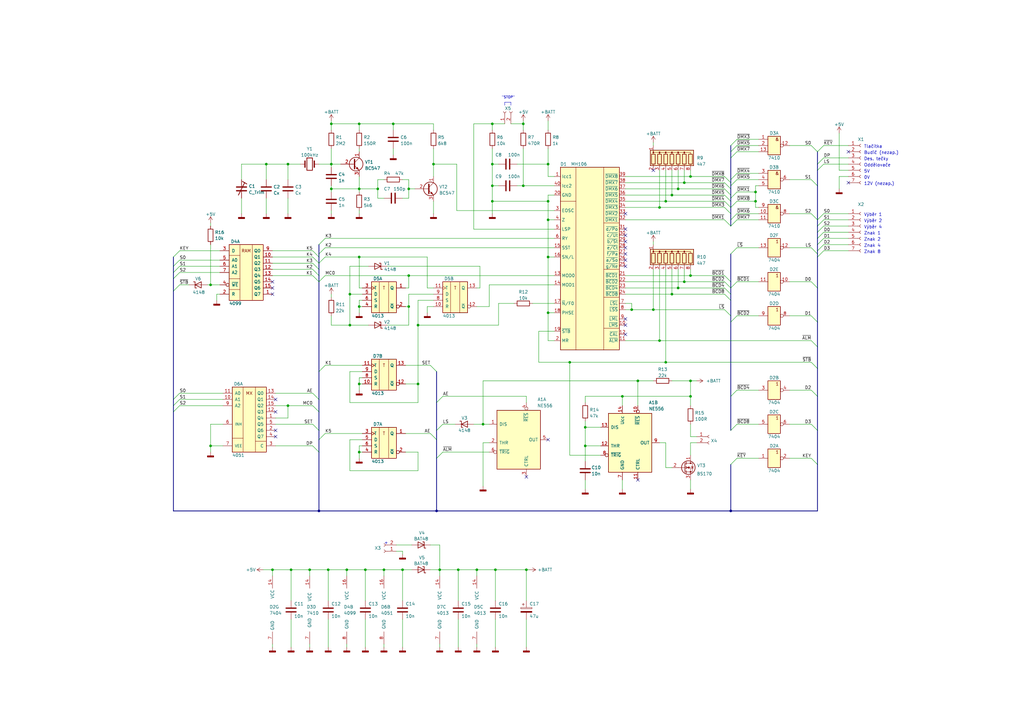
<source format=kicad_sch>
(kicad_sch (version 20231120) (generator "eeschema") (generator_version "8.0")
  (paper "A3")
  (title_block (title "MH106 Unidisp control board ") (date "2024-05-17") (rev "1.2"))
  (lib_symbols
    (symbol "4051_1" (pin_names (offset 1.016))
      (property "Reference" "D" (at 0 2.54 0))
      (property "Value" "4051_1" (at 0 0 0))
      (symbol "4051_1_1_0"
        (pin bidirectional line (at 10.16 -13.97 180) (length 3.81) (name "Q4") (number "1"))
        (pin input line (at -11.43 -6.35 0) (length 3.81) (name "A1") (number "10"))
        (pin input line (at -11.43 -3.81 0) (length 3.81) (name "A0") (number "11"))
        (pin bidirectional line (at 10.16 -11.43 180) (length 3.81) (name "Q3") (number "12"))
        (pin bidirectional line (at 10.16 -3.81 180) (length 3.81) (name "Q0") (number "13"))
        (pin bidirectional line (at 10.16 -6.35 180) (length 3.81) (name "Q1") (number "14"))
        (pin bidirectional line (at 10.16 -8.89 180) (length 3.81) (name "Q2") (number "15"))
        (pin bidirectional line (at 10.16 -19.05 180) (length 3.81) (name "Q6") (number "2"))
        (pin bidirectional line (at 10.16 -25.4 180) (length 3.81) (name "C") (number "3"))
        (pin bidirectional line (at 10.16 -21.59 180) (length 3.81) (name "Q7") (number "4"))
        (pin bidirectional line (at 10.16 -16.51 180) (length 3.81) (name "Q5") (number "5"))
        (pin input line (at -11.43 -16.51 0) (length 3.81) (name "INH") (number "6"))
        (pin power_in line (at -11.43 -25.4 0) (length 3.81) (name "VEE") (number "7"))
        (pin input line (at -11.43 -8.89 0) (length 3.81) (name "A2") (number "9"))
      )
      (symbol "4051_1_1_1"
        (text "MX" (at -0.635 -3.81 0) (effects (font (size 1.27 1.27))))
      )
      (symbol "4051_1_2_0"
        (pin power_in line (at 0 15.24 270) (length 5.08) (name "VCC") (number "16"))
        (pin power_in line (at 0 -12.7 90) (length 5.08) (name "GND") (number "8"))
      )
    )
    (symbol "Connector:Conn_01x02_Female" (pin_names (offset 1.016) hide)
      (property "Reference" "J" (at 0 2.54 0))
      (property "Value" "Conn_01x02_Female" (at 0 -5.08 0))
      (symbol "Conn_01x02_Female_1_1"
        (pin passive line (at -5.08 0 0) (length 3.81) (name "Pin_1") (number "1"))
        (pin passive line (at -5.08 -2.54 0) (length 3.81) (name "Pin_2") (number "2"))
      )
    )
    (symbol "Connector:Conn_01x07_Female" (pin_names (offset 1.016) hide)
      (property "Reference" "J" (at 0 10.16 0))
      (property "Value" "Conn_01x07_Female" (at 0 -10.16 0))
      (symbol "Conn_01x07_Female_1_1"
        (pin passive line (at -5.08 7.62 0) (length 3.81) (name "Pin_1") (number "1"))
        (pin passive line (at -5.08 5.08 0) (length 3.81) (name "Pin_2") (number "2"))
        (pin passive line (at -5.08 2.54 0) (length 3.81) (name "Pin_3") (number "3"))
        (pin passive line (at -5.08 0 0) (length 3.81) (name "Pin_4") (number "4"))
        (pin passive line (at -5.08 -2.54 0) (length 3.81) (name "Pin_5") (number "5"))
        (pin passive line (at -5.08 -5.08 0) (length 3.81) (name "Pin_6") (number "6"))
        (pin passive line (at -5.08 -7.62 0) (length 3.81) (name "Pin_7") (number "7"))
      )
    )
    (symbol "Device:C" (pin_numbers hide) (pin_names (offset 0.254))
      (property "Reference" "C" (at 0.635 2.54 0))
      (property "Value" "C" (at 0.635 -2.54 0))
      (symbol "C_1_1"
        (pin passive line (at 0 3.81 270) (length 2.794) (name "~") (number "1"))
        (pin passive line (at 0 -3.81 90) (length 2.794) (name "~") (number "2"))
      )
    )
    (symbol "Device:C_Polarized" (pin_numbers hide) (pin_names (offset 0.254))
      (property "Reference" "C" (at 0.635 2.54 0))
      (property "Value" "C_Polarized" (at 0.635 -2.54 0))
      (symbol "C_Polarized_1_1"
        (pin passive line (at 0 3.81 270) (length 2.794) (name "~") (number "1"))
        (pin passive line (at 0 -3.81 90) (length 2.794) (name "~") (number "2"))
      )
    )
    (symbol "Device:C_Trim" (pin_numbers hide) (pin_names (offset 0.254) hide)
      (property "Reference" "C" (at 1.524 -2.032 0))
      (property "Value" "C_Trim" (at 3.048 -3.556 0))
      (symbol "C_Trim_1_1"
        (pin passive line (at 0 3.81 270) (length 3.048) (name "~") (number "1"))
        (pin passive line (at 0 -3.81 90) (length 3.048) (name "~") (number "2"))
      )
    )
    (symbol "Device:Crystal" (pin_numbers hide) (pin_names (offset 1.016) hide)
      (property "Reference" "Y" (at 0 3.81 0))
      (property "Value" "Crystal" (at 0 -3.81 0))
      (symbol "Crystal_1_1"
        (pin passive line (at -3.81 0 0) (length 1.27) (name "1") (number "1"))
        (pin passive line (at 3.81 0 180) (length 1.27) (name "2") (number "2"))
      )
    )
    (symbol "Device:R" (pin_numbers hide) (pin_names (offset 0))
      (property "Reference" "R" (at 2.032 0 90))
      (property "Value" "R" (at 0 0 90))
      (symbol "R_1_1"
        (pin passive line (at 0 3.81 270) (length 1.27) (name "~") (number "1"))
        (pin passive line (at 0 -3.81 90) (length 1.27) (name "~") (number "2"))
      )
    )
    (symbol "Device:R_Network07" (pin_names (offset 0) hide)
      (property "Reference" "RN" (at -10.16 0 90))
      (property "Value" "R_Network07" (at 10.16 0 90))
      (symbol "R_Network07_1_1"
        (pin passive line (at -7.62 5.08 270) (length 2.54) (name "common") (number "1"))
        (pin passive line (at -7.62 -5.08 90) (length 1.27) (name "R1") (number "2"))
        (pin passive line (at -5.08 -5.08 90) (length 1.27) (name "R2") (number "3"))
        (pin passive line (at -2.54 -5.08 90) (length 1.27) (name "R3") (number "4"))
        (pin passive line (at 0 -5.08 90) (length 1.27) (name "R4") (number "5"))
        (pin passive line (at 2.54 -5.08 90) (length 1.27) (name "R5") (number "6"))
        (pin passive line (at 5.08 -5.08 90) (length 1.27) (name "R6") (number "7"))
        (pin passive line (at 7.62 -5.08 90) (length 1.27) (name "R7") (number "8"))
      )
    )
    (symbol "MyComponents:4013" (pin_names (offset 1.016))
      (property "Reference" "D" (at -1.27 1.27 0))
      (property "Value" "4013" (at 0 -0.635 0))
      (symbol "4013_1_0"
        (text "T" (at 0 -5.08 0) (effects (font (size 1.27 1.27))))
      )
      (symbol "4013_1_1"
        (pin output line (at 8.89 -5.08 180) (length 3.81) (name "Q") (number "1"))
        (pin output inverted (at 8.89 -12.7 180) (length 3.81) (name "~{Q}") (number "2"))
        (pin input clock (at -8.89 -5.08 0) (length 3.81) (name "T") (number "3"))
        (pin input line (at -8.89 -12.7 0) (length 3.81) (name "R") (number "4"))
        (pin input line (at -8.89 -7.62 0) (length 3.81) (name "D") (number "5"))
        (pin input line (at -8.89 -10.16 0) (length 3.81) (name "S") (number "6"))
      )
      (symbol "4013_2_0"
        (text "T" (at 0 -5.08 0) (effects (font (size 1.27 1.27))))
      )
      (symbol "4013_2_1"
        (pin input line (at -8.89 -12.7 0) (length 3.81) (name "R") (number "10"))
        (pin input clock (at -8.89 -5.08 0) (length 3.81) (name "T") (number "11"))
        (pin output inverted (at 8.89 -12.7 180) (length 3.81) (name "~{Q}") (number "12"))
        (pin output line (at 8.89 -5.08 180) (length 3.81) (name "Q") (number "13"))
        (pin input line (at -8.89 -10.16 0) (length 3.81) (name "S") (number "8"))
        (pin input line (at -8.89 -7.62 0) (length 3.81) (name "D") (number "9"))
      )
      (symbol "4013_3_0"
        (pin power_in line (at 0 13.97 270) (length 5.08) (name "VCC") (number "14"))
        (pin power_in line (at 0 -13.97 90) (length 5.08) (name "GND") (number "7"))
      )
    )
    (symbol "MyComponents:4051" (pin_names (offset 1.016))
      (property "Reference" "D" (at 0 2.54 0))
      (property "Value" "4051" (at 0 0 0))
      (symbol "4051_1_0"
        (pin bidirectional line (at 10.16 -13.97 180) (length 3.81) (name "Q4") (number "1"))
        (pin input line (at -11.43 -6.35 0) (length 3.81) (name "A1") (number "10"))
        (pin input line (at -11.43 -3.81 0) (length 3.81) (name "A0") (number "11"))
        (pin bidirectional line (at 10.16 -11.43 180) (length 3.81) (name "Q3") (number "12"))
        (pin bidirectional line (at 10.16 -3.81 180) (length 3.81) (name "Q0") (number "13"))
        (pin bidirectional line (at 10.16 -6.35 180) (length 3.81) (name "Q1") (number "14"))
        (pin bidirectional line (at 10.16 -8.89 180) (length 3.81) (name "Q2") (number "15"))
        (pin bidirectional line (at 10.16 -19.05 180) (length 3.81) (name "Q6") (number "2"))
        (pin bidirectional line (at 10.16 -25.4 180) (length 3.81) (name "C") (number "3"))
        (pin bidirectional line (at 10.16 -16.51 180) (length 3.81) (name "Q5") (number "5"))
        (pin input line (at -11.43 -16.51 0) (length 3.81) (name "INH") (number "6"))
        (pin bidirectional line (at 10.16 -21.59 180) (length 3.81) (name "Q7") (number "7"))
        (pin power_in line (at -11.43 -25.4 0) (length 3.81) (name "VEE") (number "7"))
        (pin input line (at -11.43 -8.89 0) (length 3.81) (name "A2") (number "9"))
      )
      (symbol "4051_1_1"
        (text "MX" (at -0.635 -3.81 0) (effects (font (size 1.27 1.27))))
      )
      (symbol "4051_2_0"
        (pin power_in line (at 0 15.24 270) (length 5.08) (name "VCC") (number "16"))
        (pin power_in line (at 0 -12.7 90) (length 5.08) (name "GND") (number "8"))
      )
    )
    (symbol "MyComponents:4099" (pin_names (offset 1.016))
      (property "Reference" "D" (at -1.27 1.27 0))
      (property "Value" "4099" (at 0 -1.27 0))
      (symbol "4099_1_0"
        (pin output line (at 11.43 -25.4 180) (length 3.81) (name "Q7") (number "1"))
        (pin output line (at 11.43 -10.16 180) (length 3.81) (name "Q1") (number "10"))
        (pin output line (at 11.43 -12.7 180) (length 3.81) (name "Q2") (number "11"))
        (pin output line (at 11.43 -15.24 180) (length 3.81) (name "Q3") (number "12"))
        (pin output line (at 11.43 -17.78 180) (length 3.81) (name "Q4") (number "13"))
        (pin output line (at 11.43 -20.32 180) (length 3.81) (name "Q5") (number "14"))
        (pin output line (at 11.43 -22.86 180) (length 3.81) (name "Q6") (number "15"))
        (pin input line (at -10.16 -25.4 0) (length 3.81) (name "R") (number "2"))
        (pin input line (at -10.16 -7.62 0) (length 3.81) (name "D") (number "3"))
        (pin input inverted (at -10.16 -21.59 0) (length 3.81) (name "~{WE}") (number "4"))
        (pin input line (at -10.16 -11.43 0) (length 3.81) (name "A0") (number "5"))
        (pin input line (at -10.16 -13.97 0) (length 3.81) (name "A1") (number "6"))
        (pin input line (at -10.16 -16.51 0) (length 3.81) (name "A2") (number "7"))
        (pin output line (at 11.43 -7.62 180) (length 3.81) (name "Q0") (number "9"))
      )
      (symbol "4099_1_1"
        (text "RAM" (at 0.635 -7.62 0) (effects (font (size 1.27 1.27))))
      )
      (symbol "4099_2_0"
        (pin power_in line (at 0 13.97 270) (length 5.08) (name "VCC") (number "16"))
        (pin power_in line (at 0 -13.97 90) (length 5.08) (name "GND") (number "8"))
      )
    )
    (symbol "MyComponents:7404"
      (property "Reference" "D" (at 0 1.27 0))
      (property "Value" "7404" (at 0 -1.27 0))
      (symbol "7404_1_0"
        (pin input line (at -6.35 -6.35 0) (length 3.81) (name "~") (number "1"))
        (pin output inverted (at 6.35 -6.35 180) (length 3.81) (name "~") (number "2"))
      )
      (symbol "7404_1_1"
        (text "1" (at 1.27 -3.81 0) (effects (font (size 1.27 1.27))))
      )
      (symbol "7404_2_0"
        (pin input line (at -6.35 -6.35 0) (length 3.81) (name "~") (number "3"))
        (pin output inverted (at 6.35 -6.35 180) (length 3.81) (name "~") (number "4"))
      )
      (symbol "7404_2_1"
        (text "1" (at 1.27 -3.81 0) (effects (font (size 1.27 1.27))))
      )
      (symbol "7404_3_0"
        (pin input line (at -6.35 -6.35 0) (length 3.81) (name "~") (number "5"))
        (pin output inverted (at 6.35 -6.35 180) (length 3.81) (name "~") (number "6"))
      )
      (symbol "7404_3_1"
        (text "1" (at 1.27 -3.81 0) (effects (font (size 1.27 1.27))))
      )
      (symbol "7404_4_0"
        (pin output inverted (at 6.35 -6.35 180) (length 3.81) (name "~") (number "8"))
        (pin input line (at -6.35 -6.35 0) (length 3.81) (name "~") (number "9"))
      )
      (symbol "7404_4_1"
        (text "1" (at 1.27 -3.81 0) (effects (font (size 1.27 1.27))))
      )
      (symbol "7404_5_0"
        (pin output inverted (at 6.35 -6.35 180) (length 3.81) (name "~") (number "10"))
        (pin input line (at -6.35 -6.35 0) (length 3.81) (name "~") (number "11"))
      )
      (symbol "7404_5_1"
        (text "1" (at 1.27 -3.81 0) (effects (font (size 1.27 1.27))))
      )
      (symbol "7404_6_0"
        (pin output inverted (at 6.35 -6.35 180) (length 3.81) (name "~") (number "12"))
        (pin input line (at -6.35 -6.35 0) (length 3.81) (name "~") (number "13"))
      )
      (symbol "7404_6_1"
        (text "1" (at 1.27 -3.81 0) (effects (font (size 1.27 1.27))))
      )
      (symbol "7404_7_0"
        (pin power_in line (at 0 13.97 270) (length 5.08) (name "VCC") (number "14"))
        (pin power_in line (at 0 -13.97 90) (length 5.08) (name "GND") (number "7"))
      )
    )
    (symbol "MyComponents:7410" (pin_names (offset 1.6))
      (property "Reference" "D" (at -1.27 1.27 0))
      (property "Value" "7410" (at 0 -1.27 0))
      (symbol "7410_1_1"
        (text "&" (at 1.27 -3.81 0) (effects (font (size 1.27 1.27))))
        (pin input line (at -6.35 -3.81 0) (length 3.81) (name "~") (number "1"))
        (pin output inverted (at 6.35 -6.35 180) (length 3.81) (name "~") (number "12"))
        (pin input line (at -6.35 -8.89 0) (length 3.81) (name "~") (number "13"))
        (pin input line (at -6.35 -6.35 0) (length 3.81) (name "~") (number "2"))
      )
      (symbol "7410_2_1"
        (text "&" (at 1.27 -3.81 0) (effects (font (size 1.27 1.27))))
        (pin input line (at -6.35 -3.81 0) (length 3.81) (name "~") (number "3"))
        (pin input line (at -6.35 -6.35 0) (length 3.81) (name "~") (number "4"))
        (pin input line (at -6.35 -8.89 0) (length 3.81) (name "~") (number "5"))
        (pin output inverted (at 6.35 -6.35 180) (length 3.81) (name "~") (number "6"))
      )
      (symbol "7410_3_1"
        (text "&" (at 1.27 -3.81 0) (effects (font (size 1.27 1.27))))
        (pin input line (at -6.35 -6.35 0) (length 3.81) (name "~") (number "10"))
        (pin input line (at -6.35 -8.89 0) (length 3.81) (name "~") (number "11"))
        (pin output inverted (at 6.35 -6.35 180) (length 3.81) (name "~") (number "8"))
        (pin input line (at -6.35 -3.81 0) (length 3.81) (name "~") (number "9"))
      )
      (symbol "7410_4_0"
        (pin power_in line (at 0 13.97 270) (length 5.08) (name "VCC") (number "14"))
        (pin power_in line (at 0 -13.97 90) (length 5.08) (name "GND") (number "7"))
      )
    )
    (symbol "MyComponents:D_Schottky" (pin_numbers hide) (pin_names (offset 1.016) hide)
      (property "Reference" "V" (at 0 2.54 0))
      (property "Value" "D_Schottky" (at 0 -2.54 0))
      (symbol "D_Schottky_1_1"
        (pin passive line (at -3.81 0 0) (length 2.54) (name "K") (number "1"))
        (pin passive line (at 3.81 0 180) (length 2.54) (name "A") (number "2"))
      )
    )
    (symbol "MyComponents:MH106"
      (property "Reference" "D" (at 6.35 38.1 0))
      (property "Value" "MH106" (at 7.62 35.56 0))
      (symbol "MH106_1_1"
        (pin power_in line (at -15.24 30.48 0) (length 2.54) (name "Icc1") (number "1"))
        (pin open_collector line (at 13.97 -30.48 180) (length 2.54) (name "~{LMS}") (number "10"))
        (pin open_collector line (at 13.97 -36.83 180) (length 2.54) (name "~{ALM}") (number "11"))
        (pin open_collector line (at 13.97 -34.29 180) (length 2.54) (name "~{CAL}") (number "12"))
        (pin input line (at -15.24 -10.16 0) (length 2.54) (name "MOD0") (number "13"))
        (pin input line (at -15.24 -13.97 0) (length 2.54) (name "MOD1") (number "14"))
        (pin input line (at -15.24 1.27 0) (length 2.54) (name "SST") (number "15"))
        (pin input line (at -15.24 -2.54 0) (length 2.54) (name "SN/L") (number "16"))
        (pin input line (at -15.24 -21.59 0) (length 2.54) (name "~{N}/F0") (number "17"))
        (pin input line (at -15.24 -25.4 0) (length 2.54) (name "PHSE") (number "18"))
        (pin bidirectional line (at -15.24 -33.02 0) (length 2.54) (name "~{STB}") (number "19"))
        (pin input line (at -15.24 -36.83 0) (length 2.54) (name "MR") (number "2"))
        (pin power_in line (at -15.24 22.86 0) (length 2.54) (name "GND") (number "20"))
        (pin open_collector line (at 13.97 -10.16 180) (length 2.54) (name "~{BCD1}") (number "21"))
        (pin open_collector line (at 13.97 -12.7 180) (length 2.54) (name "~{BCD2}") (number "22"))
        (pin open_collector line (at 13.97 -15.24 180) (length 2.54) (name "~{BCD4}") (number "23"))
        (pin open_collector line (at 13.97 -17.78 180) (length 2.54) (name "~{BCD8}") (number "24"))
        (pin open_collector line (at 13.97 -6.35 180) (length 2.54) (name "~{g/Ne}") (number "25"))
        (pin open_collector line (at 13.97 -3.81 180) (length 2.54) (name "~{a/So}") (number "26"))
        (pin open_collector line (at 13.97 -1.27 180) (length 2.54) (name "~{f/Pa}") (number "27"))
        (pin open_collector line (at 13.97 1.27 180) (length 2.54) (name "~{e/Ct}") (number "28"))
        (pin open_collector line (at 13.97 3.81 180) (length 2.54) (name "~{b/St}") (number "29"))
        (pin input line (at -15.24 16.51 0) (length 2.54) (name "EOSC") (number "3"))
        (pin open_collector line (at 13.97 6.35 180) (length 2.54) (name "~{c/Ut}") (number "30"))
        (pin open_collector line (at 13.97 8.89 180) (length 2.54) (name "~{d/Po}") (number "31"))
        (pin open_collector line (at 13.97 12.7 180) (length 2.54) (name "~{DMX1}") (number "32"))
        (pin open_collector line (at 13.97 15.24 180) (length 2.54) (name "~{DMX2}") (number "33"))
        (pin open_collector line (at 13.97 17.78 180) (length 2.54) (name "~{DMX3}") (number "34"))
        (pin open_collector line (at 13.97 20.32 180) (length 2.54) (name "~{DMX4}") (number "35"))
        (pin open_collector line (at 13.97 22.86 180) (length 2.54) (name "~{DMX5}") (number "36"))
        (pin open_collector line (at 13.97 25.4 180) (length 2.54) (name "~{DMX6}") (number "37"))
        (pin open_collector line (at 13.97 27.94 180) (length 2.54) (name "~{DMX7}") (number "38"))
        (pin open_collector line (at 13.97 30.48 180) (length 2.54) (name "~{DMX8}") (number "39"))
        (pin input line (at -15.24 12.7 0) (length 2.54) (name "Z") (number "4"))
        (pin power_in line (at -15.24 26.67 0) (length 2.54) (name "Icc2") (number "40"))
        (pin input line (at -15.24 8.89 0) (length 2.54) (name "LSP") (number "5"))
        (pin input line (at -15.24 5.08 0) (length 2.54) (name "RY") (number "6"))
        (pin open_collector line (at 13.97 -21.59 180) (length 2.54) (name "~{LSL}") (number "7"))
        (pin open_collector line (at 13.97 -24.13 180) (length 2.54) (name "~{LSS}") (number "8"))
        (pin open_collector line (at 13.97 -27.94 180) (length 2.54) (name "~{LML}") (number "9"))
      )
    )
    (symbol "MyComponents:NE556" (pin_names (offset 1.016))
      (property "Reference" "A" (at 0 0 0))
      (property "Value" "NE556" (at 0 -2.54 0))
      (symbol "NE556_1_1"
        (pin open_collector line (at -20.32 -10.16 0) (length 3.08) (name "DIS") (number "1"))
        (pin input line (at -20.32 -17.78 0) (length 3.08) (name "THR") (number "2"))
        (pin bidirectional line (at -5.08 -31.75 90) (length 3.08) (name "CTRL") (number "3"))
        (pin input inverted (at -5.08 -1.27 270) (length 3.08) (name "~{RES}") (number "4"))
        (pin output line (at 3.81 -16.51 180) (length 3.08) (name "OUT") (number "5"))
        (pin input inverted (at -20.32 -21.59 0) (length 3.08) (name "~{TRIG}") (number "6"))
      )
      (symbol "NE556_2_1"
        (pin input inverted (at -5.08 -1.27 270) (length 3.08) (name "~{RES}") (number "10"))
        (pin bidirectional line (at -5.08 -31.75 90) (length 3.08) (name "CTRL") (number "11"))
        (pin input line (at -20.32 -17.78 0) (length 3.08) (name "THR") (number "12"))
        (pin open_collector line (at -20.32 -10.16 0) (length 3.08) (name "DIS") (number "13"))
        (pin power_in line (at -11.43 -1.27 270) (length 3.08) (name "Ucc") (number "14"))
        (pin power_in line (at -11.43 -31.75 90) (length 3.08) (name "GND") (number "7"))
        (pin input inverted (at -20.32 -21.59 0) (length 3.08) (name "~{TRIG}") (number "8"))
        (pin output line (at 3.81 -16.51 180) (length 3.08) (name "OUT") (number "9"))
      )
    )
    (symbol "NE556_1" (pin_names (offset 1.016))
      (property "Reference" "A" (at 0 0 0))
      (property "Value" "NE556_1" (at 0 -2.54 0))
      (symbol "NE556_1_1_1"
        (pin open_collector line (at -20.32 -10.16 0) (length 3.08) (name "DIS") (number "1"))
        (pin input line (at -20.32 -17.78 0) (length 3.08) (name "THR") (number "2"))
        (pin bidirectional line (at -5.08 -31.75 90) (length 3.08) (name "CTRL") (number "3"))
        (pin input inverted (at -5.08 -1.27 270) (length 3.08) (name "~{RES}") (number "4"))
        (pin output line (at 3.81 -16.51 180) (length 3.08) (name "OUT") (number "5"))
        (pin input inverted (at -20.32 -21.59 0) (length 3.08) (name "~{TRIG}") (number "6"))
      )
      (symbol "NE556_1_2_1"
        (pin input inverted (at -5.08 -1.27 270) (length 3.08) (name "~{RES}") (number "10"))
        (pin bidirectional line (at -5.08 -31.75 90) (length 3.08) (name "CTRL") (number "11"))
        (pin input line (at -20.32 -17.78 0) (length 3.08) (name "THR") (number "12"))
        (pin open_collector line (at -20.32 -10.16 0) (length 3.08) (name "DIS") (number "13"))
        (pin power_in line (at -11.43 -1.27 270) (length 3.08) (name "Ucc") (number "14"))
        (pin power_in line (at -11.43 -31.75 90) (length 3.08) (name "GND") (number "7"))
        (pin input inverted (at -20.32 -21.59 0) (length 3.08) (name "~{TRIG}") (number "8"))
        (pin output line (at 3.81 -16.51 180) (length 3.08) (name "OUT") (number "9"))
      )
    )
    (symbol "Transistor_BJT:BC547" (pin_names (offset 0) hide)
      (property "Reference" "Q" (at 5.08 1.905 0))
      (property "Value" "BC547" (at 5.08 0 0))
      (symbol "BC547_1_1"
        (pin passive line (at 2.54 5.08 270) (length 2.54) (name "C") (number "1"))
        (pin input line (at -5.08 0 0) (length 5.08) (name "B") (number "2"))
        (pin passive line (at 2.54 -5.08 90) (length 2.54) (name "E") (number "3"))
      )
    )
    (symbol "Transistor_FET:BS170" (pin_names hide)
      (property "Reference" "Q" (at 5.08 1.905 0))
      (property "Value" "BS170" (at 5.08 0 0))
      (symbol "BS170_1_1"
        (pin passive line (at 2.54 5.08 270) (length 2.54) (name "D") (number "1"))
        (pin input line (at -5.08 0 0) (length 2.54) (name "G") (number "2"))
        (pin passive line (at 2.54 -5.08 90) (length 2.54) (name "S") (number "3"))
      )
    )
    (symbol "power:+5V" (power) (pin_names (offset 0))
      (property "Value" "+5V" (at 0 3.556 0))
      (symbol "+5V_1_1"
        (pin power_in line (at 0 0 90) (length 0) hide (name "+5V") (number "1"))
      )
    )
    (symbol "power:+BATT" (power) (pin_names (offset 0))
      (property "Value" "+BATT" (at 0 3.556 0))
      (symbol "+BATT_1_1"
        (pin power_in line (at 0 0 90) (length 0) hide (name "+BATT") (number "1"))
      )
    )
    (symbol "power:GNDD" (power) (pin_names (offset 0))
      (property "Value" "GNDD" (at 0 -3.175 0))
      (symbol "GNDD_1_1"
        (pin power_in line (at 0 0 270) (length 0) hide (name "GNDD") (number "1"))
      )
    )
  )
  (junction (at 278.13 77.47))
  (junction (at 259.08 127))
  (junction (at 214.63 76.2))
  (junction (at 201.93 76.2))
  (junction (at 135.89 67.31))
  (junction (at 280.67 74.93))
  (junction (at 143.51 120.65))
  (junction (at 203.2 233.68))
  (junction (at 147.32 50.8))
  (junction (at 275.59 80.01))
  (junction (at 147.32 105.41))
  (junction (at 283.21 113.03))
  (junction (at 224.79 82.55))
  (junction (at 224.79 105.41))
  (junction (at 267.97 127))
  (junction (at 240.03 175.26))
  (junction (at 201.93 67.31))
  (junction (at 270.51 85.09))
  (junction (at 273.05 82.55))
  (junction (at 111.76 233.68))
  (junction (at 283.21 162.56))
  (junction (at 147.32 77.47))
  (junction (at 179.07 209.55))
  (junction (at 299.72 209.55))
  (junction (at 187.96 233.68))
  (junction (at 261.62 156.21))
  (junction (at 147.32 157.48))
  (junction (at 157.48 233.68))
  (junction (at 233.68 148.59))
  (junction (at 224.79 67.31))
  (junction (at 255.27 162.56))
  (junction (at 273.05 148.59))
  (junction (at 309.88 78.74))
  (junction (at 275.59 120.65))
  (junction (at 109.22 67.31))
  (junction (at 135.89 77.47))
  (junction (at 198.12 173.99))
  (junction (at 180.34 233.68))
  (junction (at 167.64 113.03))
  (junction (at 270.51 139.7))
  (junction (at 130.81 209.55))
  (junction (at 118.11 166.37))
  (junction (at 154.94 77.47))
  (junction (at 118.11 67.31))
  (junction (at 135.89 50.8))
  (junction (at 177.8 67.31))
  (junction (at 195.58 233.68))
  (junction (at 278.13 118.11))
  (junction (at 165.1 233.68))
  (junction (at 119.38 233.68))
  (junction (at 240.03 182.88))
  (junction (at 224.79 128.27))
  (junction (at 134.62 233.68))
  (junction (at 283.21 72.39))
  (junction (at 224.79 90.17))
  (junction (at 142.24 233.68))
  (junction (at 161.29 50.8))
  (junction (at 127 233.68))
  (junction (at 171.45 133.35))
  (junction (at 171.45 157.48))
  (junction (at 86.36 116.84))
  (junction (at 147.32 125.73))
  (junction (at 201.93 50.8))
  (junction (at 201.93 82.55))
  (junction (at 283.21 156.21))
  (junction (at 309.88 82.55))
  (junction (at 167.64 77.47))
  (junction (at 280.67 115.57))
  (junction (at 214.63 50.8))
  (junction (at 167.64 125.73))
  (junction (at 149.86 233.68))
  (junction (at 215.9 233.68))
  (junction (at 86.36 182.88))
  (junction (at 143.51 133.35))
  (junction (at 147.32 185.42))
  (no_connect (at 256.54 137.16))
  (no_connect (at 256.54 96.52))
  (no_connect (at 113.03 179.07))
  (no_connect (at 113.03 176.53))
  (no_connect (at 111.76 115.57))
  (no_connect (at 256.54 87.63))
  (no_connect (at 113.03 168.91))
  (no_connect (at 256.54 109.22))
  (no_connect (at 256.54 93.98))
  (no_connect (at 113.03 163.83))
  (no_connect (at 256.54 101.6))
  (no_connect (at 215.9 195.58))
  (no_connect (at 256.54 106.68))
  (no_connect (at 256.54 133.35))
  (no_connect (at 267.97 69.85))
  (no_connect (at 256.54 99.06))
  (no_connect (at 224.79 180.34))
  (no_connect (at 256.54 130.81))
  (no_connect (at 347.98 62.23))
  (no_connect (at 347.98 74.93))
  (no_connect (at 111.76 120.65))
  (no_connect (at 256.54 104.14))
  (no_connect (at 111.76 118.11))
  (no_connect (at 261.62 196.85))
  (bus_entry (at 299.72 162.56) (size 2.54 -2.54))
  (bus_entry (at 71.12 168.91) (size 2.54 -2.54))
  (bus_entry (at 297.18 74.93) (size 2.54 2.54))
  (bus_entry (at 332.74 160.02) (size 2.54 2.54))
  (bus_entry (at 128.27 182.88) (size 2.54 2.54))
  (bus_entry (at 128.27 107.95) (size 2.54 2.54))
  (bus_entry (at 335.28 90.17) (size 2.54 -2.54))
  (bus_entry (at 335.28 69.85) (size 2.54 -2.54))
  (bus_entry (at 179.07 165.1) (size 2.54 -2.54))
  (bus_entry (at 130.81 100.33) (size 2.54 -2.54))
  (bus_entry (at 299.72 64.77) (size 2.54 -2.54))
  (bus_entry (at 299.72 90.17) (size 2.54 -2.54))
  (bus_entry (at 335.28 62.23) (size 2.54 -2.54))
  (bus_entry (at 297.18 120.65) (size 2.54 2.54))
  (bus_entry (at 299.72 92.71) (size 2.54 -2.54))
  (bus_entry (at 128.27 110.49) (size 2.54 2.54))
  (bus_entry (at 335.28 105.41) (size 2.54 -2.54))
  (bus_entry (at 297.18 85.09) (size 2.54 2.54))
  (bus_entry (at 130.81 152.4) (size 2.54 -2.54))
  (bus_entry (at 130.81 115.57) (size 2.54 -2.54))
  (bus_entry (at 128.27 105.41) (size 2.54 2.54))
  (bus_entry (at 179.07 187.96) (size 2.54 -2.54))
  (bus_entry (at 332.74 148.59) (size 2.54 2.54))
  (bus_entry (at 128.27 113.03) (size 2.54 2.54))
  (bus_entry (at 130.81 180.34) (size 2.54 -2.54))
  (bus_entry (at 128.27 161.29) (size 2.54 2.54))
  (bus_entry (at 297.18 115.57) (size 2.54 2.54))
  (bus_entry (at 128.27 173.99) (size 2.54 2.54))
  (bus_entry (at 297.18 82.55) (size 2.54 2.54))
  (bus_entry (at 335.28 100.33) (size 2.54 -2.54))
  (bus_entry (at 71.12 114.3) (size 2.54 -2.54))
  (bus_entry (at 299.72 85.09) (size 2.54 -2.54))
  (bus_entry (at 71.12 111.76) (size 2.54 -2.54))
  (bus_entry (at 335.28 67.31) (size 2.54 -2.54))
  (bus_entry (at 299.72 176.53) (size 2.54 -2.54))
  (bus_entry (at 299.72 73.66) (size 2.54 -2.54))
  (bus_entry (at 335.28 92.71) (size 2.54 -2.54))
  (bus_entry (at 297.18 113.03) (size 2.54 2.54))
  (bus_entry (at 335.28 102.87) (size 2.54 -2.54))
  (bus_entry (at 335.28 95.25) (size 2.54 -2.54))
  (bus_entry (at 71.12 166.37) (size 2.54 -2.54))
  (bus_entry (at 130.81 104.14) (size 2.54 -2.54))
  (bus_entry (at 297.18 118.11) (size 2.54 2.54))
  (bus_entry (at 332.74 73.66) (size 2.54 2.54))
  (bus_entry (at 332.74 129.54) (size 2.54 2.54))
  (bus_entry (at 297.18 80.01) (size 2.54 2.54))
  (bus_entry (at 71.12 119.38) (size 2.54 -2.54))
  (bus_entry (at 297.18 72.39) (size 2.54 2.54))
  (bus_entry (at 128.27 102.87) (size 2.54 2.54))
  (bus_entry (at 71.12 105.41) (size 2.54 -2.54))
  (bus_entry (at 335.28 97.79) (size 2.54 -2.54))
  (bus_entry (at 176.53 149.86) (size 2.54 2.54))
  (bus_entry (at 299.72 81.28) (size 2.54 -2.54))
  (bus_entry (at 332.74 139.7) (size 2.54 2.54))
  (bus_entry (at 176.53 177.8) (size 2.54 2.54))
  (bus_entry (at 297.18 127) (size 2.54 2.54))
  (bus_entry (at 332.74 101.6) (size 2.54 2.54))
  (bus_entry (at 299.72 62.23) (size 2.54 -2.54))
  (bus_entry (at 297.18 77.47) (size 2.54 2.54))
  (bus_entry (at 332.74 87.63) (size 2.54 2.54))
  (bus_entry (at 332.74 173.99) (size 2.54 2.54))
  (bus_entry (at 299.72 76.2) (size 2.54 -2.54))
  (bus_entry (at 297.18 90.17) (size 2.54 2.54))
  (bus_entry (at 302.26 101.6) (size -2.54 2.54))
  (bus_entry (at 71.12 109.22) (size 2.54 -2.54))
  (bus_entry (at 332.74 187.96) (size 2.54 2.54))
  (bus_entry (at 128.27 166.37) (size 2.54 2.54))
  (bus_entry (at 332.74 59.69) (size 2.54 2.54))
  (bus_entry (at 71.12 163.83) (size 2.54 -2.54))
  (bus_entry (at 299.72 59.69) (size 2.54 -2.54))
  (bus_entry (at 130.81 107.95) (size 2.54 -2.54))
  (bus_entry (at 299.72 132.08) (size 2.54 -2.54))
  (bus_entry (at 299.72 118.11) (size 2.54 -2.54))
  (bus_entry (at 332.74 115.57) (size 2.54 2.54))
  (bus_entry (at 299.72 190.5) (size 2.54 -2.54))
  (bus_entry (at 179.07 176.53) (size 2.54 -2.54))
  (bus (pts (xy 299.72 62.23) (xy 299.72 64.77)))
  (wire (pts (xy 302.26 71.12) (xy 311.15 71.12)))
  (wire (pts (xy 171.45 185.42) (xy 171.45 193.04)))
  (wire (pts (xy 109.22 67.31) (xy 99.06 67.31)))
  (wire (pts (xy 280.67 110.49) (xy 280.67 115.57)))
  (wire (pts (xy 337.82 95.25) (xy 347.98 95.25)))
  (wire (pts (xy 175.26 125.73) (xy 177.8 125.73)))
  (wire (pts (xy 224.79 128.27) (xy 227.33 128.27)))
  (wire (pts (xy 302.26 187.96) (xy 311.15 187.96)))
  (wire (pts (xy 165.1 233.68) (xy 165.1 246.38)))
  (polyline (pts (xy 207.01 41.91) (xy 207.01 43.18)) (stroke (width 0) (type solid)))
  (bus (pts (xy 299.72 120.65) (xy 299.72 123.19)))
  (wire (pts (xy 157.48 264.16) (xy 157.48 265.43)))
  (wire (pts (xy 86.36 100.33) (xy 86.36 116.84)))
  (bus (pts (xy 335.28 76.2) (xy 335.28 90.17)))
  (wire (pts (xy 175.26 105.41) (xy 147.32 105.41)))
  (wire (pts (xy 135.89 120.65) (xy 135.89 121.92)))
  (wire (pts (xy 256.54 90.17) (xy 297.18 90.17)))
  (wire (pts (xy 133.35 105.41) (xy 147.32 105.41)))
  (wire (pts (xy 224.79 105.41) (xy 227.33 105.41)))
  (wire (pts (xy 177.8 67.31) (xy 187.325 67.31)))
  (wire (pts (xy 283.21 156.21) (xy 285.75 156.21)))
  (wire (pts (xy 337.82 97.79) (xy 347.98 97.79)))
  (wire (pts (xy 278.13 118.11) (xy 297.18 118.11)))
  (wire (pts (xy 198.12 181.61) (xy 200.66 181.61)))
  (wire (pts (xy 157.48 233.68) (xy 157.48 236.22)))
  (wire (pts (xy 280.67 69.85) (xy 280.67 74.93)))
  (wire (pts (xy 177.8 60.96) (xy 177.8 67.31)))
  (wire (pts (xy 187.96 254) (xy 187.96 265.43)))
  (wire (pts (xy 194.31 173.99) (xy 198.12 173.99)))
  (wire (pts (xy 337.82 59.69) (xy 347.98 59.69)))
  (wire (pts (xy 201.93 67.31) (xy 204.47 67.31)))
  (wire (pts (xy 200.66 116.84) (xy 227.33 116.84)))
  (wire (pts (xy 203.2 254) (xy 203.2 265.43)))
  (wire (pts (xy 171.45 157.48) (xy 171.45 165.1)))
  (wire (pts (xy 85.09 116.84) (xy 86.36 116.84)))
  (bus (pts (xy 335.28 67.31) (xy 335.28 69.85)))
  (wire (pts (xy 214.63 76.2) (xy 214.63 60.96)))
  (bus (pts (xy 335.28 90.17) (xy 335.28 92.71)))
  (wire (pts (xy 201.93 50.8) (xy 207.01 50.8)))
  (wire (pts (xy 148.59 123.19) (xy 147.32 123.19)))
  (wire (pts (xy 224.79 105.41) (xy 224.79 128.27)))
  (wire (pts (xy 233.68 186.69) (xy 246.38 186.69)))
  (wire (pts (xy 275.59 120.65) (xy 297.18 120.65)))
  (wire (pts (xy 285.75 179.07) (xy 283.21 179.07)))
  (wire (pts (xy 283.21 156.21) (xy 283.21 162.56)))
  (wire (pts (xy 255.27 162.56) (xy 283.21 162.56)))
  (wire (pts (xy 227.33 76.2) (xy 214.63 76.2)))
  (wire (pts (xy 86.36 91.44) (xy 86.36 92.71)))
  (bus (pts (xy 299.72 80.01) (xy 299.72 81.28)))
  (wire (pts (xy 166.37 177.8) (xy 176.53 177.8)))
  (wire (pts (xy 147.32 182.88) (xy 148.59 182.88)))
  (wire (pts (xy 158.75 133.35) (xy 167.64 133.35)))
  (wire (pts (xy 323.85 59.69) (xy 332.74 59.69)))
  (wire (pts (xy 167.64 120.65) (xy 177.8 120.65)))
  (bus (pts (xy 130.81 104.14) (xy 130.81 105.41)))
  (wire (pts (xy 224.79 67.31) (xy 224.79 60.96)))
  (wire (pts (xy 256.54 113.03) (xy 283.21 113.03)))
  (bus (pts (xy 299.72 73.66) (xy 299.72 74.93)))
  (wire (pts (xy 273.05 148.59) (xy 332.74 148.59)))
  (wire (pts (xy 147.32 157.48) (xy 147.32 160.02)))
  (wire (pts (xy 119.38 254) (xy 119.38 265.43)))
  (wire (pts (xy 133.35 97.79) (xy 227.33 97.79)))
  (wire (pts (xy 73.66 106.68) (xy 90.17 106.68)))
  (wire (pts (xy 118.11 166.37) (xy 118.11 171.45)))
  (wire (pts (xy 111.76 264.16) (xy 111.76 265.43)))
  (wire (pts (xy 143.51 193.04) (xy 143.51 180.34)))
  (wire (pts (xy 167.64 125.73) (xy 167.64 120.65)))
  (wire (pts (xy 118.11 171.45) (xy 113.03 171.45)))
  (wire (pts (xy 194.31 50.8) (xy 194.31 93.98)))
  (wire (pts (xy 323.85 73.66) (xy 332.74 73.66)))
  (bus (pts (xy 299.72 209.55) (xy 335.28 209.55)))
  (wire (pts (xy 165.1 233.68) (xy 168.91 233.68)))
  (bus (pts (xy 335.28 105.41) (xy 335.28 118.11)))
  (wire (pts (xy 73.66 111.76) (xy 90.17 111.76)))
  (bus (pts (xy 130.81 152.4) (xy 130.81 163.83)))
  (wire (pts (xy 270.51 139.7) (xy 332.74 139.7)))
  (wire (pts (xy 267.97 110.49) (xy 267.97 127)))
  (wire (pts (xy 267.97 127) (xy 297.18 127)))
  (bus (pts (xy 335.28 95.25) (xy 335.28 97.79)))
  (wire (pts (xy 256.54 118.11) (xy 278.13 118.11)))
  (wire (pts (xy 212.09 76.2) (xy 214.63 76.2)))
  (wire (pts (xy 111.76 107.95) (xy 128.27 107.95)))
  (bus (pts (xy 130.81 180.34) (xy 130.81 185.42)))
  (bus (pts (xy 299.72 190.5) (xy 299.72 209.55)))
  (wire (pts (xy 147.32 185.42) (xy 147.32 187.96)))
  (wire (pts (xy 177.8 67.31) (xy 177.8 72.39)))
  (bus (pts (xy 130.81 209.55) (xy 71.12 209.55)))
  (wire (pts (xy 275.59 110.49) (xy 275.59 120.65)))
  (wire (pts (xy 201.93 76.2) (xy 201.93 82.55)))
  (wire (pts (xy 154.94 73.66) (xy 154.94 77.47)))
  (bus (pts (xy 130.81 209.55) (xy 179.07 209.55)))
  (wire (pts (xy 111.76 233.68) (xy 111.76 236.22)))
  (wire (pts (xy 73.66 161.29) (xy 91.44 161.29)))
  (wire (pts (xy 256.54 124.46) (xy 259.08 124.46)))
  (wire (pts (xy 309.88 78.74) (xy 309.88 82.55)))
  (wire (pts (xy 256.54 85.09) (xy 270.51 85.09)))
  (bus (pts (xy 130.81 168.91) (xy 130.81 176.53)))
  (wire (pts (xy 147.32 72.39) (xy 147.32 77.47)))
  (wire (pts (xy 143.51 133.35) (xy 143.51 120.65)))
  (bus (pts (xy 130.81 180.34) (xy 130.81 176.53)))
  (wire (pts (xy 194.31 93.98) (xy 227.33 93.98)))
  (bus (pts (xy 299.72 104.14) (xy 299.72 115.57)))
  (bus (pts (xy 335.28 104.14) (xy 335.28 105.41)))
  (wire (pts (xy 270.51 69.85) (xy 270.51 85.09)))
  (wire (pts (xy 255.27 162.56) (xy 255.27 166.37)))
  (wire (pts (xy 133.35 149.86) (xy 148.59 149.86)))
  (wire (pts (xy 147.32 182.88) (xy 147.32 185.42)))
  (wire (pts (xy 161.29 50.8) (xy 161.29 53.34)))
  (wire (pts (xy 127 264.16) (xy 127 265.43)))
  (wire (pts (xy 167.64 73.66) (xy 167.64 77.47)))
  (wire (pts (xy 180.34 223.52) (xy 180.34 233.68)))
  (wire (pts (xy 118.11 67.31) (xy 109.22 67.31)))
  (bus (pts (xy 299.72 81.28) (xy 299.72 82.55)))
  (wire (pts (xy 270.51 85.09) (xy 297.18 85.09)))
  (wire (pts (xy 143.51 165.1) (xy 171.45 165.1)))
  (wire (pts (xy 259.08 127) (xy 256.54 127)))
  (wire (pts (xy 111.76 233.68) (xy 119.38 233.68)))
  (wire (pts (xy 212.09 67.31) (xy 224.79 67.31)))
  (wire (pts (xy 135.89 77.47) (xy 135.89 78.74)))
  (wire (pts (xy 200.66 125.73) (xy 200.66 116.84)))
  (wire (pts (xy 177.8 118.11) (xy 175.26 118.11)))
  (wire (pts (xy 86.36 116.84) (xy 90.17 116.84)))
  (wire (pts (xy 224.79 90.17) (xy 227.33 90.17)))
  (bus (pts (xy 335.28 92.71) (xy 335.28 95.25)))
  (wire (pts (xy 143.51 109.22) (xy 143.51 120.65)))
  (wire (pts (xy 133.35 177.8) (xy 148.59 177.8)))
  (wire (pts (xy 240.03 162.56) (xy 255.27 162.56)))
  (wire (pts (xy 149.86 254) (xy 149.86 265.43)))
  (bus (pts (xy 71.12 105.41) (xy 71.12 109.22)))
  (wire (pts (xy 256.54 72.39) (xy 283.21 72.39)))
  (bus (pts (xy 335.28 132.08) (xy 335.28 142.24)))
  (wire (pts (xy 177.8 53.34) (xy 177.8 50.8)))
  (wire (pts (xy 270.51 110.49) (xy 270.51 139.7)))
  (wire (pts (xy 134.62 233.68) (xy 127 233.68)))
  (wire (pts (xy 240.03 175.26) (xy 240.03 182.88)))
  (wire (pts (xy 171.45 123.19) (xy 171.45 133.35)))
  (wire (pts (xy 215.9 254) (xy 215.9 265.43)))
  (wire (pts (xy 302.26 160.02) (xy 311.15 160.02)))
  (wire (pts (xy 201.93 82.55) (xy 201.93 87.63)))
  (wire (pts (xy 147.32 86.36) (xy 147.32 87.63)))
  (bus (pts (xy 179.07 176.53) (xy 179.07 180.34)))
  (wire (pts (xy 283.21 179.07) (xy 283.21 173.99)))
  (wire (pts (xy 280.67 74.93) (xy 297.18 74.93)))
  (wire (pts (xy 220.98 135.89) (xy 227.33 135.89)))
  (wire (pts (xy 142.24 233.68) (xy 142.24 236.22)))
  (wire (pts (xy 240.03 182.88) (xy 240.03 189.23)))
  (wire (pts (xy 135.89 76.2) (xy 135.89 77.47)))
  (bus (pts (xy 299.72 87.63) (xy 299.72 90.17)))
  (wire (pts (xy 166.37 185.42) (xy 171.45 185.42)))
  (wire (pts (xy 143.51 180.34) (xy 148.59 180.34)))
  (wire (pts (xy 161.29 50.8) (xy 177.8 50.8)))
  (wire (pts (xy 88.9 123.19) (xy 88.9 120.65)))
  (wire (pts (xy 113.03 161.29) (xy 128.27 161.29)))
  (wire (pts (xy 255.27 196.85) (xy 255.27 200.66)))
  (wire (pts (xy 135.89 50.8) (xy 135.89 53.34)))
  (wire (pts (xy 147.32 105.41) (xy 147.32 118.11)))
  (wire (pts (xy 198.12 199.39) (xy 198.12 181.61)))
  (bus (pts (xy 130.81 100.33) (xy 130.81 104.14)))
  (wire (pts (xy 283.21 113.03) (xy 297.18 113.03)))
  (wire (pts (xy 201.93 60.96) (xy 201.93 67.31)))
  (wire (pts (xy 218.44 124.46) (xy 227.33 124.46)))
  (wire (pts (xy 198.12 156.21) (xy 198.12 173.99)))
  (wire (pts (xy 302.26 62.23) (xy 311.15 62.23)))
  (wire (pts (xy 283.21 69.85) (xy 283.21 72.39)))
  (wire (pts (xy 259.08 127) (xy 267.97 127)))
  (wire (pts (xy 203.2 233.68) (xy 203.2 246.38)))
  (wire (pts (xy 283.21 72.39) (xy 297.18 72.39)))
  (wire (pts (xy 278.13 77.47) (xy 297.18 77.47)))
  (bus (pts (xy 335.28 100.33) (xy 335.28 102.87)))
  (wire (pts (xy 180.34 233.68) (xy 180.34 236.22)))
  (wire (pts (xy 187.325 86.36) (xy 227.33 86.36)))
  (wire (pts (xy 275.59 191.77) (xy 273.05 191.77)))
  (wire (pts (xy 246.38 175.26) (xy 240.03 175.26)))
  (wire (pts (xy 171.45 133.35) (xy 171.45 157.48)))
  (wire (pts (xy 167.64 113.03) (xy 227.33 113.03)))
  (wire (pts (xy 142.24 264.16) (xy 142.24 265.43)))
  (wire (pts (xy 73.66 109.22) (xy 90.17 109.22)))
  (wire (pts (xy 302.26 87.63) (xy 311.15 87.63)))
  (wire (pts (xy 157.48 233.68) (xy 165.1 233.68)))
  (wire (pts (xy 143.51 133.35) (xy 151.13 133.35)))
  (wire (pts (xy 86.36 182.88) (xy 91.44 182.88)))
  (wire (pts (xy 261.62 156.21) (xy 261.62 166.37)))
  (wire (pts (xy 259.08 124.46) (xy 259.08 127)))
  (wire (pts (xy 167.64 77.47) (xy 170.18 77.47)))
  (wire (pts (xy 195.58 233.68) (xy 187.96 233.68)))
  (wire (pts (xy 344.17 77.47) (xy 344.17 72.39)))
  (wire (pts (xy 109.22 67.31) (xy 109.22 73.66)))
  (bus (pts (xy 130.81 185.42) (xy 130.81 209.55)))
  (bus (pts (xy 335.28 102.87) (xy 335.28 104.14)))
  (bus (pts (xy 335.28 162.56) (xy 335.28 176.53)))
  (wire (pts (xy 187.325 86.36) (xy 187.325 67.31)))
  (wire (pts (xy 240.03 196.85) (xy 240.03 200.66)))
  (wire (pts (xy 135.89 133.35) (xy 143.51 133.35)))
  (wire (pts (xy 73.66 116.84) (xy 77.47 116.84)))
  (wire (pts (xy 86.36 182.88) (xy 86.36 173.99)))
  (wire (pts (xy 111.76 110.49) (xy 128.27 110.49)))
  (wire (pts (xy 224.79 72.39) (xy 224.79 67.31)))
  (wire (pts (xy 224.79 90.17) (xy 224.79 105.41)))
  (bus (pts (xy 335.28 97.79) (xy 335.28 100.33)))
  (bus (pts (xy 299.72 115.57) (xy 299.72 118.11)))
  (bus (pts (xy 299.72 77.47) (xy 299.72 80.01)))
  (bus (pts (xy 179.07 152.4) (xy 179.07 165.1)))
  (wire (pts (xy 161.29 50.8) (xy 147.32 50.8)))
  (wire (pts (xy 344.17 69.85) (xy 347.98 69.85)))
  (wire (pts (xy 113.03 166.37) (xy 118.11 166.37)))
  (wire (pts (xy 143.51 165.1) (xy 143.51 152.4)))
  (wire (pts (xy 214.63 50.8) (xy 214.63 53.34)))
  (wire (pts (xy 278.13 110.49) (xy 278.13 118.11)))
  (bus (pts (xy 299.72 90.17) (xy 299.72 92.71)))
  (wire (pts (xy 167.64 77.47) (xy 167.64 81.28)))
  (bus (pts (xy 130.81 107.95) (xy 130.81 110.49)))
  (wire (pts (xy 224.79 80.01) (xy 227.33 80.01)))
  (wire (pts (xy 201.93 82.55) (xy 224.79 82.55)))
  (wire (pts (xy 215.9 233.68) (xy 215.9 246.38)))
  (wire (pts (xy 149.86 233.68) (xy 149.86 246.38)))
  (wire (pts (xy 302.26 101.6) (xy 311.15 101.6)))
  (wire (pts (xy 323.85 115.57) (xy 332.74 115.57)))
  (wire (pts (xy 151.13 109.22) (xy 143.51 109.22)))
  (bus (pts (xy 179.07 187.96) (xy 179.07 180.34)))
  (wire (pts (xy 233.68 148.59) (xy 220.98 148.59)))
  (wire (pts (xy 166.37 157.48) (xy 171.45 157.48)))
  (wire (pts (xy 256.54 120.65) (xy 275.59 120.65)))
  (wire (pts (xy 147.32 77.47) (xy 154.94 77.47)))
  (wire (pts (xy 309.88 85.09) (xy 311.15 85.09)))
  (wire (pts (xy 224.79 80.01) (xy 224.79 82.55)))
  (wire (pts (xy 86.36 173.99) (xy 91.44 173.99)))
  (wire (pts (xy 147.32 157.48) (xy 148.59 157.48)))
  (wire (pts (xy 167.64 113.03) (xy 167.64 118.11)))
  (wire (pts (xy 267.97 58.42) (xy 267.97 59.69)))
  (polyline (pts (xy 209.55 43.18) (xy 209.55 41.91)) (stroke (width 0) (type solid)))
  (wire (pts (xy 135.89 86.36) (xy 135.89 87.63)))
  (wire (pts (xy 196.85 118.11) (xy 195.58 118.11)))
  (wire (pts (xy 127 233.68) (xy 119.38 233.68)))
  (wire (pts (xy 275.59 80.01) (xy 297.18 80.01)))
  (wire (pts (xy 195.58 233.68) (xy 195.58 236.22)))
  (wire (pts (xy 201.93 76.2) (xy 204.47 76.2)))
  (wire (pts (xy 337.82 92.71) (xy 347.98 92.71)))
  (wire (pts (xy 273.05 69.85) (xy 273.05 82.55)))
  (wire (pts (xy 203.2 233.68) (xy 195.58 233.68)))
  (wire (pts (xy 134.62 254) (xy 134.62 265.43)))
  (wire (pts (xy 148.59 154.94) (xy 147.32 154.94)))
  (bus (pts (xy 299.72 129.54) (xy 299.72 132.08)))
  (polyline (pts (xy 209.55 41.91) (xy 207.01 41.91)) (stroke (width 0) (type solid)))
  (wire (pts (xy 273.05 191.77) (xy 273.05 181.61)))
  (wire (pts (xy 187.96 233.68) (xy 187.96 246.38)))
  (wire (pts (xy 134.62 233.68) (xy 142.24 233.68)))
  (bus (pts (xy 299.72 162.56) (xy 299.72 176.53)))
  (wire (pts (xy 143.51 120.65) (xy 148.59 120.65)))
  (wire (pts (xy 283.21 110.49) (xy 283.21 113.03)))
  (wire (pts (xy 302.26 73.66) (xy 311.15 73.66)))
  (wire (pts (xy 285.75 181.61) (xy 283.21 181.61)))
  (wire (pts (xy 111.76 113.03) (xy 128.27 113.03)))
  (wire (pts (xy 118.11 81.28) (xy 118.11 87.63)))
  (wire (pts (xy 240.03 182.88) (xy 246.38 182.88)))
  (bus (pts (xy 335.28 190.5) (xy 335.28 209.55)))
  (wire (pts (xy 337.82 64.77) (xy 347.98 64.77)))
  (wire (pts (xy 135.89 49.53) (xy 135.89 50.8)))
  (wire (pts (xy 107.95 233.68) (xy 111.76 233.68)))
  (bus (pts (xy 335.28 118.11) (xy 335.28 132.08)))
  (wire (pts (xy 309.88 76.2) (xy 311.15 76.2)))
  (wire (pts (xy 302.26 82.55) (xy 309.88 82.55)))
  (wire (pts (xy 323.85 101.6) (xy 332.74 101.6)))
  (wire (pts (xy 215.9 162.56) (xy 215.9 165.1)))
  (wire (pts (xy 109.22 81.28) (xy 109.22 87.63)))
  (wire (pts (xy 181.61 173.99) (xy 186.69 173.99)))
  (wire (pts (xy 127 233.68) (xy 127 236.22)))
  (wire (pts (xy 204.47 133.35) (xy 204.47 124.46)))
  (wire (pts (xy 147.32 50.8) (xy 135.89 50.8)))
  (wire (pts (xy 147.32 50.8) (xy 147.32 53.34)))
  (wire (pts (xy 177.8 82.55) (xy 177.8 87.63)))
  (wire (pts (xy 344.17 72.39) (xy 347.98 72.39)))
  (bus (pts (xy 71.12 109.22) (xy 71.12 111.76)))
  (bus (pts (xy 299.72 59.69) (xy 299.72 62.23)))
  (wire (pts (xy 215.9 233.68) (xy 217.17 233.68)))
  (wire (pts (xy 302.26 78.74) (xy 309.88 78.74)))
  (wire (pts (xy 88.9 120.65) (xy 90.17 120.65)))
  (bus (pts (xy 299.72 82.55) (xy 299.72 85.09)))
  (wire (pts (xy 135.89 129.54) (xy 135.89 133.35)))
  (wire (pts (xy 111.76 102.87) (xy 128.27 102.87)))
  (wire (pts (xy 166.37 149.86) (xy 176.53 149.86)))
  (bus (pts (xy 299.72 118.11) (xy 299.72 120.65)))
  (wire (pts (xy 165.1 227.33) (xy 165.1 226.06)))
  (wire (pts (xy 302.26 129.54) (xy 311.15 129.54)))
  (wire (pts (xy 240.03 162.56) (xy 240.03 165.1)))
  (wire (pts (xy 130.81 67.31) (xy 135.89 67.31)))
  (wire (pts (xy 195.58 264.16) (xy 195.58 265.43)))
  (wire (pts (xy 123.19 67.31) (xy 118.11 67.31)))
  (wire (pts (xy 119.38 233.68) (xy 119.38 246.38)))
  (bus (pts (xy 335.28 62.23) (xy 335.28 67.31)))
  (wire (pts (xy 302.26 90.17) (xy 311.15 90.17)))
  (wire (pts (xy 165.1 73.66) (xy 167.64 73.66)))
  (wire (pts (xy 280.67 115.57) (xy 297.18 115.57)))
  (wire (pts (xy 154.94 77.47) (xy 154.94 81.28)))
  (wire (pts (xy 142.24 233.68) (xy 149.86 233.68)))
  (wire (pts (xy 275.59 69.85) (xy 275.59 80.01)))
  (bus (pts (xy 130.81 105.41) (xy 130.81 107.95)))
  (wire (pts (xy 201.93 53.34) (xy 201.93 50.8)))
  (wire (pts (xy 275.59 156.21) (xy 283.21 156.21)))
  (wire (pts (xy 147.32 125.73) (xy 147.32 128.27)))
  (wire (pts (xy 283.21 196.85) (xy 283.21 200.66)))
  (wire (pts (xy 337.82 102.87) (xy 347.98 102.87)))
  (wire (pts (xy 256.54 82.55) (xy 273.05 82.55)))
  (wire (pts (xy 175.26 128.27) (xy 175.26 125.73)))
  (wire (pts (xy 180.34 264.16) (xy 180.34 265.43)))
  (wire (pts (xy 133.35 101.6) (xy 227.33 101.6)))
  (wire (pts (xy 167.64 125.73) (xy 167.64 133.35)))
  (wire (pts (xy 165.1 254) (xy 165.1 265.43)))
  (wire (pts (xy 323.85 173.99) (xy 332.74 173.99)))
  (wire (pts (xy 135.89 60.96) (xy 135.89 67.31)))
  (bus (pts (xy 71.12 163.83) (xy 71.12 166.37)))
  (wire (pts (xy 344.17 54.61) (xy 344.17 69.85)))
  (wire (pts (xy 273.05 82.55) (xy 297.18 82.55)))
  (wire (pts (xy 323.85 187.96) (xy 332.74 187.96)))
  (wire (pts (xy 309.88 78.74) (xy 309.88 76.2)))
  (wire (pts (xy 86.36 182.88) (xy 86.36 185.42)))
  (wire (pts (xy 147.32 125.73) (xy 148.59 125.73)))
  (wire (pts (xy 134.62 246.38) (xy 134.62 233.68)))
  (wire (pts (xy 256.54 77.47) (xy 278.13 77.47)))
  (wire (pts (xy 118.11 166.37) (xy 128.27 166.37)))
  (wire (pts (xy 113.03 182.88) (xy 128.27 182.88)))
  (wire (pts (xy 176.53 233.68) (xy 180.34 233.68)))
  (wire (pts (xy 181.61 185.42) (xy 200.66 185.42)))
  (wire (pts (xy 147.32 154.94) (xy 147.32 157.48)))
  (wire (pts (xy 203.2 233.68) (xy 215.9 233.68)))
  (wire (pts (xy 323.85 129.54) (xy 332.74 129.54)))
  (wire (pts (xy 302.26 115.57) (xy 311.15 115.57)))
  (wire (pts (xy 273.05 181.61) (xy 270.51 181.61)))
  (wire (pts (xy 154.94 81.28) (xy 157.48 81.28)))
  (wire (pts (xy 278.13 69.85) (xy 278.13 77.47)))
  (bus (pts (xy 335.28 69.85) (xy 335.28 76.2)))
  (wire (pts (xy 73.66 102.87) (xy 90.17 102.87)))
  (wire (pts (xy 149.86 233.68) (xy 157.48 233.68)))
  (wire (pts (xy 337.82 87.63) (xy 347.98 87.63)))
  (wire (pts (xy 323.85 160.02) (xy 332.74 160.02)))
  (wire (pts (xy 224.79 49.53) (xy 224.79 53.34)))
  (wire (pts (xy 283.21 181.61) (xy 283.21 186.69)))
  (bus (pts (xy 179.07 165.1) (xy 179.07 176.53)))
  (bus (pts (xy 335.28 176.53) (xy 335.28 190.5)))
  (wire (pts (xy 283.21 162.56) (xy 283.21 166.37)))
  (bus (pts (xy 71.12 111.76) (xy 71.12 114.3)))
  (wire (pts (xy 139.7 67.31) (xy 135.89 67.31)))
  (wire (pts (xy 256.54 80.01) (xy 275.59 80.01)))
  (wire (pts (xy 196.85 109.22) (xy 196.85 118.11)))
  (wire (pts (xy 167.64 81.28) (xy 165.1 81.28)))
  (wire (pts (xy 99.06 81.28) (xy 99.06 87.63)))
  (wire (pts (xy 167.64 118.11) (xy 166.37 118.11)))
  (wire (pts (xy 195.58 125.73) (xy 200.66 125.73)))
  (wire (pts (xy 162.56 223.52) (xy 168.91 223.52)))
  (bus (pts (xy 71.12 168.91) (xy 71.12 209.55)))
  (wire (pts (xy 198.12 156.21) (xy 261.62 156.21)))
  (wire (pts (xy 180.34 233.68) (xy 187.96 233.68)))
  (wire (pts (xy 171.45 193.04) (xy 143.51 193.04)))
  (wire (pts (xy 171.45 123.19) (xy 177.8 123.19)))
  (wire (pts (xy 111.76 105.41) (xy 128.27 105.41)))
  (wire (pts (xy 201.93 76.2) (xy 201.93 67.31)))
  (wire (pts (xy 171.45 133.35) (xy 204.47 133.35)))
  (wire (pts (xy 118.11 67.31) (xy 118.11 73.66)))
  (wire (pts (xy 147.32 123.19) (xy 147.32 125.73)))
  (bus (pts (xy 299.72 132.08) (xy 299.72 162.56)))
  (bus (pts (xy 179.07 209.55) (xy 299.72 209.55)))
  (wire (pts (xy 302.26 57.15) (xy 311.15 57.15)))
  (wire (pts (xy 157.48 73.66) (xy 154.94 73.66)))
  (wire (pts (xy 147.32 77.47) (xy 147.32 78.74)))
  (wire (pts (xy 204.47 124.46) (xy 210.82 124.46)))
  (wire (pts (xy 261.62 156.21) (xy 267.97 156.21)))
  (wire (pts (xy 181.61 162.56) (xy 215.9 162.56)))
  (bus (pts (xy 71.12 114.3) (xy 71.12 119.38)))
  (bus (pts (xy 335.28 142.24) (xy 335.28 151.13)))
  (wire (pts (xy 147.32 118.11) (xy 148.59 118.11)))
  (bus (pts (xy 130.81 115.57) (xy 130.81 152.4)))
  (wire (pts (xy 256.54 139.7) (xy 270.51 139.7)))
  (bus (pts (xy 130.81 110.49) (xy 130.81 113.03)))
  (wire (pts (xy 161.29 60.96) (xy 161.29 63.5)))
  (bus (pts (xy 130.81 113.03) (xy 130.81 115.57)))
  (wire (pts (xy 302.26 173.99) (xy 311.15 173.99)))
  (bus (pts (xy 299.72 64.77) (xy 299.72 73.66)))
  (wire (pts (xy 73.66 166.37) (xy 91.44 166.37)))
  (wire (pts (xy 233.68 148.59) (xy 233.68 186.69)))
  (wire (pts (xy 147.32 185.42) (xy 148.59 185.42)))
  (wire (pts (xy 240.03 175.26) (xy 240.03 172.72)))
  (wire (pts (xy 337.82 90.17) (xy 347.98 90.17)))
  (wire (pts (xy 133.35 113.03) (xy 167.64 113.03)))
  (bus (pts (xy 299.72 76.2) (xy 299.72 77.47)))
  (wire (pts (xy 143.51 152.4) (xy 148.59 152.4)))
  (wire (pts (xy 73.66 163.83) (xy 91.44 163.83)))
  (wire (pts (xy 323.85 87.63) (xy 332.74 87.63)))
  (wire (pts (xy 302.26 59.69) (xy 311.15 59.69)))
  (wire (pts (xy 99.06 67.31) (xy 99.06 73.66)))
  (wire (pts (xy 166.37 125.73) (xy 167.64 125.73)))
  (wire (pts (xy 135.89 77.47) (xy 147.32 77.47)))
  (wire (pts (xy 227.33 72.39) (xy 224.79 72.39)))
  (bus (pts (xy 299.72 123.19) (xy 299.72 129.54)))
  (wire (pts (xy 135.89 67.31) (xy 135.89 68.58)))
  (bus (pts (xy 335.28 151.13) (xy 335.28 162.56)))
  (wire (pts (xy 224.79 128.27) (xy 224.79 139.7)))
  (wire (pts (xy 201.93 50.8) (xy 194.31 50.8)))
  (wire (pts (xy 224.79 139.7) (xy 227.33 139.7)))
  (wire (pts (xy 267.97 99.06) (xy 267.97 100.33)))
  (bus (pts (xy 299.72 74.93) (xy 299.72 76.2)))
  (wire (pts (xy 256.54 115.57) (xy 280.67 115.57)))
  (wire (pts (xy 209.55 50.8) (xy 214.63 50.8)))
  (wire (pts (xy 165.1 226.06) (xy 162.56 226.06)))
  (wire (pts (xy 176.53 223.52) (xy 180.34 223.52)))
  (wire (pts (xy 214.63 49.53) (xy 214.63 50.8)))
  (wire (pts (xy 158.75 109.22) (xy 196.85 109.22)))
  (bus (pts (xy 179.07 209.55) (xy 179.07 187.96)))
  (wire (pts (xy 224.79 82.55) (xy 224.79 90.17)))
  (wire (pts (xy 175.26 118.11) (xy 175.26 105.41)))
  (wire (pts (xy 337.82 100.33) (xy 347.98 100.33)))
  (wire (pts (xy 113.03 173.99) (xy 128.27 173.99)))
  (wire (pts (xy 147.32 60.96) (xy 147.32 62.23)))
  (bus (pts (xy 71.12 119.38) (xy 71.12 163.83)))
  (wire (pts (xy 273.05 110.49) (xy 273.05 148.59)))
  (wire (pts (xy 256.54 74.93) (xy 280.67 74.93)))
  (bus (pts (xy 71.12 166.37) (xy 71.12 168.91)))
  (bus (pts (xy 299.72 85.09) (xy 299.72 87.63)))
  (wire (pts (xy 198.12 173.99) (xy 200.66 173.99)))
  (wire (pts (xy 309.88 82.55) (xy 309.88 85.09)))
  (wire (pts (xy 233.68 148.59) (xy 273.05 148.59)))
  (wire (pts (xy 337.82 67.31) (xy 347.98 67.31)))
  (wire (pts (xy 220.98 135.89) (xy 220.98 148.59)))
  (bus (pts (xy 130.81 163.83) (xy 130.81 168.91)))
  (text "Znak 1" (at 354.33 96.52 0) (effects (font (size 1.27 1.27)) (justify left bottom)))
  (text "Budič (nezap.)" (at 354.33 63.5 0) (effects (font (size 1.27 1.27)) (justify left bottom)))
  (text "Znak 8" (at 354.33 104.14 0) (effects (font (size 1.27 1.27)) (justify left bottom)))
  (text "Výběr 4" (at 354.33 93.98 0) (effects (font (size 1.27 1.27)) (justify left bottom)))
  (text "+" (at 157.48 223.52 0) (effects (font (size 1.27 1.27)) (justify left bottom)))
  (text "Tlačítka\n" (at 354.33 60.96 0) (effects (font (size 1.27 1.27)) (justify left bottom)))
  (text "Des. tečky\n" (at 354.33 66.04 0) (effects (font (size 1.27 1.27)) (justify left bottom)))
  (text "0V" (at 354.33 73.66 0) (effects (font (size 1.27 1.27)) (justify left bottom)))
  (text "Oddělovače" (at 354.33 68.58 0) (effects (font (size 1.27 1.27)) (justify left bottom)))
  (text "Výběr 2" (at 354.33 91.44 0) (effects (font (size 1.27 1.27)) (justify left bottom)))
  (text "5V\n" (at 354.33 71.12 0) (effects (font (size 1.27 1.27)) (justify left bottom)))
  (text "12V (nezap.)" (at 354.33 76.2 0) (effects (font (size 1.27 1.27)) (justify left bottom)))
  (text "\"STOP\"" (at 205.74 40.64 0) (effects (font (size 1 1)) (justify left bottom)))
  (text "Výběr 1" (at 354.33 88.9 0) (effects (font (size 1.27 1.27)) (justify left bottom)))
  (text "Znak 2" (at 354.33 99.06 0) (effects (font (size 1.27 1.27)) (justify left bottom)))
  (text "Znak 4" (at 354.33 101.6 0) (effects (font (size 1.27 1.27)) (justify left bottom)))
  (label "~{DMX7}" (at 297.18 74.93 180))
  (label "~{BCD8}" (at 302.26 173.99 0))
  (label "S0" (at 73.66 106.68 0))
  (label "~{KEY}" (at 302.26 187.96 0))
  (label "D1" (at 332.74 129.54 180))
  (label "D1" (at 337.82 97.79 0))
  (label "S0" (at 73.66 161.29 0))
  (label "~{LS}" (at 302.26 101.6 0))
  (label "~{ALM}" (at 181.61 185.42 0))
  (label "K2" (at 133.35 101.6 0))
  (label "~{DMX5}" (at 297.18 80.01 180))
  (label "S1" (at 337.82 90.17 0))
  (label "S1" (at 332.74 73.66 180))
  (label "DP" (at 337.82 64.77 0))
  (label "K4" (at 128.27 105.41 180))
  (label "~{BCD4}" (at 302.26 160.02 0))
  (label "~{STB}" (at 73.66 116.84 0))
  (label "~{DMX1}" (at 297.18 90.17 180))
  (label "D0" (at 337.82 95.25 0))
  (label "K2" (at 128.27 110.49 180))
  (label "~{DMX8}" (at 302.26 82.55 0))
  (label "K3" (at 128.27 107.95 180))
  (label "K3" (at 133.35 97.79 0))
  (label "~{ALM}" (at 332.74 139.7 180))
  (label "~{BCD1}" (at 297.18 113.03 180))
  (label "~{KEY}" (at 337.82 59.69 0))
  (label "S1" (at 73.66 109.22 0))
  (label "S2" (at 73.66 111.76 0))
  (label "MC0" (at 133.35 113.03 0))
  (label "LS" (at 337.82 67.31 0))
  (label "~{DMX4}" (at 297.18 82.55 180))
  (label "S2" (at 337.82 92.71 0))
  (label "~{DMX6}" (at 297.18 77.47 180))
  (label "KEY" (at 332.74 187.96 180))
  (label "S2" (at 73.66 166.37 0))
  (label "K5" (at 133.35 177.8 0))
  (label "K1" (at 128.27 113.03 180))
  (label "K5" (at 128.27 102.87 180))
  (label "~{DMX8}" (at 297.18 72.39 180))
  (label "D3" (at 332.74 173.99 180))
  (label "S1" (at 73.66 163.83 0))
  (label "LS" (at 332.74 101.6 180))
  (label "MC0" (at 128.27 166.37 180))
  (label "K1" (at 133.35 149.86 0))
  (label "SET" (at 128.27 173.99 180))
  (label "~{DMX4}" (at 302.26 71.12 0))
  (label "~{STB}" (at 332.74 148.59 180))
  (label "K4" (at 133.35 105.41 0))
  (label "~{DMX5}" (at 302.26 73.66 0))
  (label "D3" (at 337.82 102.87 0))
  (label "D2" (at 337.82 100.33 0))
  (label "~{BCD8}" (at 297.18 120.65 180))
  (label "AE" (at 181.61 162.56 0))
  (label "AE" (at 176.53 177.8 180))
  (label "D0" (at 332.74 115.57 180))
  (label "~{BCD1}" (at 302.26 115.57 0))
  (label "~{BCD2}" (at 297.18 115.57 180))
  (label "S0" (at 332.74 59.69 180))
  (label "~{LS}" (at 297.18 127 180))
  (label "~{DMX3}" (at 302.26 57.15 0))
  (label "~{DMX1}" (at 302.26 78.74 0))
  (label "~{DMX6}" (at 302.26 87.63 0))
  (label "KEY" (at 73.66 102.87 0))
  (label "~{BCD4}" (at 297.18 118.11 180))
  (label "~{DMX3}" (at 297.18 85.09 180))
  (label "DP" (at 128.27 182.88 180))
  (label "D2" (at 332.74 160.02 180))
  (label "SET" (at 176.53 149.86 180))
  (label "AE" (at 128.27 161.29 180))
  (label "~{DMX7}" (at 302.26 62.23 0))
  (label "~{DMX7}" (at 302.26 90.17 0))
  (label "~{DMX5}" (at 302.26 59.69 0))
  (label "S0" (at 337.82 87.63 0))
  (label "LS" (at 181.61 173.99 0))
  (label "~{BCD2}" (at 302.26 129.54 0))
  (label "S2" (at 332.74 87.63 180))
  (symbol (lib_id "Device:R") (at 283.21 170.18 0) (unit 1)
    (property "Reference" "R15" (at 284.988 169.3453 0) (effects (justify left)))
    (property "Value" "100R" (at 284.988 171.8822 0) (effects (justify left)))
    (property "Footprint" "MyComponents:R DIN0207 10.16mm" (effects (hide yes)))
  )
  (symbol (lib_id "power:+5V") (at 214.63 49.53 0) (unit 1)
    (property "Reference" "#PWR02" (effects (hide yes)))
    (property "Value" "+5V" (at 214.63 45.9542 0))
  )
  (symbol (lib_id "Transistor_BJT:BC547") (at 175.26 77.47 0) (unit 1)
    (property "Reference" "VT2" (at 180.1114 76.6353 0) (effects (justify left)))
    (property "Value" "BC547" (at 180.1114 79.1722 0) (effects (justify left)))
    (property "Footprint" "Package_TO_SOT_THT:TO-92L_Wide" (effects (hide yes)))
    (property "Datasheet" "https://www.onsemi.com/pub/Collateral/BC550-D.pdf" (effects (hide yes)))
  )
  (symbol (lib_id "power:GNDD") (at 195.58 265.43 0) (unit 1)
    (property "Reference" "#PWR036" (effects (hide yes)))
    (property "Value" "GNDD" (effects (hide yes)))
  )
  (symbol (lib_id "power:GNDD") (at 180.34 265.43 0) (unit 1)
    (property "Reference" "#PWR040" (effects (hide yes)))
    (property "Value" "GNDD" (effects (hide yes)))
  )
  (symbol (lib_id "power:GNDD") (at 255.27 200.66 0) (unit 1)
    (property "Reference" "#PWR025" (effects (hide yes)))
    (property "Value" "GNDD" (effects (hide yes)))
  )
  (symbol (lib_id "Device:R") (at 240.03 168.91 0) (unit 1)
    (property "Reference" "R14" (at 241.808 168.0753 0) (effects (justify left)))
    (property "Value" "47k" (at 241.808 170.6122 0) (effects (justify left)))
    (property "Footprint" "MyComponents:R DIN0207 10.16mm" (effects (hide yes)))
  )
  (symbol (lib_id "MyComponents:4013") (at 157.48 144.78 0) (unit 2)
    (property "Reference" "D7" (at 154.94 146.05 0))
    (property "Value" "4013" (at 154.94 161.29 0))
    (property "Footprint" "Package_DIP:DIP-14_W7.62mm" (effects (hide yes)))
  )
  (symbol (lib_id "MyComponents:7404") (at 317.5 181.61 0) (unit 1)
    (property "Reference" "D2" (at 317.5 182.88 0))
    (property "Value" "7404" (at 317.5 193.04 0))
    (property "Footprint" "Package_DIP:DIP-14_W7.62mm" (effects (hide yes)))
  )
  (symbol (lib_id "MyComponents:4013") (at 157.48 113.03 0) (unit 1)
    (property "Reference" "D5" (at 154.94 114.3 0))
    (property "Value" "4013" (at 154.94 129.54 0))
    (property "Footprint" "Package_DIP:DIP-14_W7.62mm" (effects (hide yes)))
  )
  (symbol (lib_id "power:GNDD") (at 135.89 87.63 0) (unit 1)
    (property "Reference" "#PWR011" (effects (hide yes)))
    (property "Value" "GNDD" (effects (hide yes)))
  )
  (symbol (lib_id "Device:C_Trim") (at 99.06 77.47 0) (unit 1)
    (property "Reference" "C1" (at 102.0064 76.3813 0) (effects (justify left)))
    (property "Value" "C_Trim" (at 102.0064 78.9182 0) (effects (justify left)))
    (property "Footprint" "MyComponents:C_trim_THT" (effects (hide yes)))
  )
  (symbol (lib_id "Device:C_Polarized") (at 215.9 250.19 0) (unit 1)
    (property "Reference" "C17" (at 217.17 247.65 0) (effects (justify left)))
    (property "Value" "47u" (at 217.17 252.73 0) (effects (justify left)))
    (property "Footprint" "Capacitor_THT:C_Radial_D5.0mm_H5.0mm_P2.00mm" (effects (hide yes)))
  )
  (symbol (lib_id "Transistor_FET:BS170") (at 280.67 191.77 0) (unit 1)
    (property "Reference" "VT3" (at 285.877 190.9353 0) (effects (justify left)))
    (property "Value" "BS170" (at 285.75 194.31 0) (effects (justify left)))
    (property "Footprint" "Package_TO_SOT_THT:TO-92L_Wide" (effects (hide yes)))
    (property "Datasheet" "https://www.onsemi.com/pub/Collateral/BS170-D.PDF" (effects (hide yes)))
  )
  (symbol (lib_id "MyComponents:D_Schottky") (at 154.94 109.22 180) (unit 1)
    (property "Reference" "V1" (at 158.75 107.95 0))
    (property "Value" "4148" (at 160.02 110.49 0))
    (property "Footprint" "Diode_THT:D_DO-35_SOD27_P10.16mm_Horizontal" (effects (hide yes)))
  )
  (symbol (lib_id "Device:C") (at 208.28 67.31 90) (unit 1)
    (property "Reference" "C8" (at 204.47 63.5 90))
    (property "Value" "100n" (at 210.82 63.5 90))
    (property "Footprint" "Capacitor_THT:C_Disc_D4.3mm_W1.9mm_P5.00mm" (effects (hide yes)))
  )
  (symbol (lib_id "MyComponents:7410") (at 317.5 53.34 0) (unit 1)
    (property "Reference" "D3" (at 317.5 54.61 0))
    (property "Value" "7410" (at 317.5 64.77 0))
    (property "Footprint" "Package_DIP:DIP-14_W7.62mm" (effects (hide yes)))
  )
  (symbol (lib_id "Device:Crystal") (at 127 67.31 0) (unit 1)
    (property "Reference" "Y1" (at 127 61.0448 0))
    (property "Value" "100kHz" (at 127 63.5817 0))
    (property "Footprint" "MyComponents:PKJ_100kHz" (effects (hide yes)))
  )
  (symbol (lib_id "power:GNDD") (at 177.8 87.63 0) (unit 1)
    (property "Reference" "#PWR013" (effects (hide yes)))
    (property "Value" "GNDD" (effects (hide yes)))
  )
  (symbol (lib_id "power:GNDD") (at 215.9 265.43 0) (unit 1)
    (property "Reference" "#PWR042" (effects (hide yes)))
    (property "Value" "GNDD" (effects (hide yes)))
  )
  (symbol (lib_id "power:GNDD") (at 240.03 200.66 0) (unit 1)
    (property "Reference" "#PWR024" (effects (hide yes)))
    (property "Value" "GNDD" (effects (hide yes)))
  )
  (symbol (lib_id "power:GNDD") (at 187.96 265.43 0) (unit 1)
    (property "Reference" "#PWR039" (effects (hide yes)))
    (property "Value" "GNDD" (effects (hide yes)))
  )
  (symbol (lib_id "power:GNDD") (at 198.12 199.39 0) (unit 1)
    (property "Reference" "#PWR023" (effects (hide yes)))
    (property "Value" "GNDD" (effects (hide yes)))
  )
  (symbol (lib_id "power:GNDD") (at 118.11 87.63 0) (unit 1)
    (property "Reference" "#PWR010" (effects (hide yes)))
    (property "Value" "GNDD" (effects (hide yes)))
  )
  (symbol (lib_id "MyComponents:4013") (at 195.58 250.19 0) (unit 3)
    (property "Reference" "D5" (at 194.31 248.92 0) (effects (justify left)))
    (property "Value" "4013" (at 194.31 251.46 0) (effects (justify left)))
    (property "Footprint" "Package_DIP:DIP-14_W7.62mm" (effects (hide yes)))
  )
  (symbol (lib_id "power:GNDD") (at 149.86 265.43 0) (unit 1)
    (property "Reference" "#PWR035" (effects (hide yes)))
    (property "Value" "GNDD" (effects (hide yes)))
  )
  (symbol (lib_id "Connector:Conn_01x02_Female") (at 157.48 226.06 180) (unit 1)
    (property "Reference" "X3" (at 154.94 224.79 0))
    (property "Value" "BATT" (effects (hide yes)))
    (property "Footprint" "Connector_PinSocket_2.54mm:PinSocket_1x02_P2.54mm_Vertical" (effects (hide yes)))
  )
  (symbol (lib_id "power:+5V") (at 344.17 54.61 0) (unit 1)
    (property "Reference" "#PWR04" (effects (hide yes)))
    (property "Value" "+5V" (at 344.17 51.0342 0))
  )
  (symbol (lib_id "MyComponents:D_Schottky") (at 154.94 133.35 180) (unit 1)
    (property "Reference" "V2" (at 158.75 132.08 0))
    (property "Value" "4148" (at 160.02 134.62 0))
    (property "Footprint" "Diode_THT:D_DO-35_SOD27_P10.16mm_Horizontal" (effects (hide yes)))
  )
  (symbol (lib_id "MyComponents:D_Schottky") (at 172.72 233.68 180) (unit 1)
    (property "Reference" "V5" (at 173.0375 228.7102 0))
    (property "Value" "BAT48" (at 172.72 231.14 0))
    (property "Footprint" "Diode_THT:D_DO-35_SOD27_P10.16mm_Horizontal" (effects (hide yes)))
  )
  (symbol (lib_name "4051_1") (lib_id "MyComponents:4051") (at 102.87 157.48 0) (unit 1)
    (property "Reference" "D6" (at 97.79 157.48 0))
    (property "Value" "4051" (at 97.79 186.69 0))
    (property "Footprint" "Package_DIP:DIP-16_W7.62mm" (effects (hide yes)))
  )
  (symbol (lib_id "MyComponents:7404") (at 317.5 123.19 0) (unit 4)
    (property "Reference" "D2" (at 317.5 124.46 0))
    (property "Value" "7404" (at 317.5 134.62 0))
    (property "Footprint" "Package_DIP:DIP-14_W7.62mm" (effects (hide yes)))
  )
  (symbol (lib_id "power:GNDD") (at 134.62 265.43 0) (unit 1)
    (property "Reference" "#PWR033" (effects (hide yes)))
    (property "Value" "GNDD" (effects (hide yes)))
  )
  (symbol (lib_id "Device:C") (at 208.28 76.2 90) (unit 1)
    (property "Reference" "C9" (at 204.47 72.39 90))
    (property "Value" "100n" (at 210.82 72.39 90))
    (property "Footprint" "Capacitor_THT:C_Disc_D4.3mm_W1.9mm_P5.00mm" (effects (hide yes)))
  )
  (symbol (lib_id "power:+5V") (at 107.95 233.68 90) (unit 1)
    (property "Reference" "#PWR028" (effects (hide yes)))
    (property "Value" "+5V" (at 102.87 233.68 90))
  )
  (symbol (lib_id "Device:C") (at 118.11 77.47 0) (unit 1)
    (property "Reference" "C3" (at 121.031 76.6353 0) (effects (justify left)))
    (property "Value" "Cx" (at 121.031 79.1722 0) (effects (justify left)))
    (property "Footprint" "Capacitor_THT:C_Disc_D4.3mm_W1.9mm_P5.00mm" (effects (hide yes)))
  )
  (symbol (lib_id "Connector:Conn_01x02_Female") (at 290.83 179.07 0) (unit 1)
    (property "Reference" "X4" (at 291.5412 180.7738 0) (effects (justify left)))
    (property "Value" "SPKR" (effects (hide yes)))
    (property "Footprint" "Connector_PinSocket_2.54mm:PinSocket_1x02_P2.54mm_Vertical" (effects (hide yes)))
  )
  (symbol (lib_id "MyComponents:D_Schottky") (at 190.5 173.99 0) (unit 1)
    (property "Reference" "V3" (at 190.5 171.45 0))
    (property "Value" "4148" (at 190.5 176.53 0))
    (property "Footprint" "Diode_THT:D_DO-35_SOD27_P10.16mm_Horizontal" (effects (hide yes)))
  )
  (symbol (lib_id "Device:R_Network07") (at 275.59 64.77 0) (unit 1)
    (property "Reference" "R9" (at 285.75 64.77 0) (effects (justify left)))
    (property "Value" "4k7" (at 285.75 67.31 0) (effects (justify left)))
    (property "Footprint" "Resistor_THT:R_Array_SIP8" (effects (hide yes)))
    (property "Datasheet" "http://www.vishay.com/docs/31509/csc.pdf" (effects (hide yes)))
  )
  (symbol (lib_id "power:GNDD") (at 127 265.43 0) (unit 1)
    (property "Reference" "#PWR032" (effects (hide yes)))
    (property "Value" "GNDD" (effects (hide yes)))
  )
  (symbol (lib_id "Device:C") (at 187.96 250.19 0) (unit 1)
    (property "Reference" "C15" (at 189.23 247.65 0) (effects (justify left)))
    (property "Value" "10n" (at 189.23 252.73 0) (effects (justify left)))
    (property "Footprint" "Capacitor_THT:C_Disc_D4.3mm_W1.9mm_P5.00mm" (effects (hide yes)))
  )
  (symbol (lib_id "MyComponents:7404") (at 317.5 167.64 0) (unit 3)
    (property "Reference" "D2" (at 317.5 168.91 0))
    (property "Value" "7404" (at 317.5 179.07 0))
    (property "Footprint" "Package_DIP:DIP-14_W7.62mm" (effects (hide yes)))
  )
  (symbol (lib_id "MyComponents:7404") (at 111.76 250.19 0) (unit 7)
    (property "Reference" "D2" (at 110.49 248.92 0) (effects (justify left)))
    (property "Value" "7404" (at 110.49 251.46 0) (effects (justify left)))
    (property "Footprint" "Package_DIP:DIP-14_W7.62mm" (effects (hide yes)))
  )
  (symbol (lib_id "Connector:Conn_01x07_Female") (at 353.06 95.25 0) (unit 1)
    (property "Reference" "X2" (at 351.79 83.82 0) (effects (justify left)))
    (property "Value" "Conn_01x07_Female" (effects (hide yes)))
    (property "Footprint" "Connector_PinSocket_2.54mm:PinSocket_1x07_P2.54mm_Vertical" (effects (hide yes)))
  )
  (symbol (lib_id "Device:R") (at 201.93 57.15 0) (unit 1)
    (property "Reference" "R6" (at 203.708 56.3153 0) (effects (justify left)))
    (property "Value" "10k" (at 203.708 58.8522 0) (effects (justify left)))
    (property "Footprint" "MyComponents:R DIN0207 10.16mm" (effects (hide yes)))
  )
  (symbol (lib_id "Device:R_Network07") (at 275.59 105.41 0) (unit 1)
    (property "Reference" "R10" (at 285.75 105.41 0) (effects (justify left)))
    (property "Value" "4k7" (at 285.75 107.95 0) (effects (justify left)))
    (property "Footprint" "Resistor_THT:R_Array_SIP8" (effects (hide yes)))
    (property "Datasheet" "http://www.vishay.com/docs/31509/csc.pdf" (effects (hide yes)))
  )
  (symbol (lib_id "MyComponents:7410") (at 317.5 81.28 0) (unit 3)
    (property "Reference" "D3" (at 317.5 82.55 0))
    (property "Value" "7410" (at 317.5 92.71 0))
    (property "Footprint" "Package_DIP:DIP-14_W7.62mm" (effects (hide yes)))
  )
  (symbol (lib_id "Transistor_BJT:BC547") (at 144.78 67.31 0) (unit 1)
    (property "Reference" "VT1" (at 149.6314 66.4753 0) (effects (justify left)))
    (property "Value" "BC547" (at 149.6314 69.0122 0) (effects (justify left)))
    (property "Footprint" "Package_TO_SOT_THT:TO-92L_Wide" (effects (hide yes)))
    (property "Datasheet" "https://www.onsemi.com/pub/Collateral/BC550-D.pdf" (effects (hide yes)))
  )
  (symbol (lib_id "power:GNDD") (at 88.9 123.19 0) (unit 1)
    (property "Reference" "#PWR0105" (effects (hide yes)))
    (property "Value" "GNDD" (effects (hide yes)))
  )
  (symbol (lib_id "power:GNDD") (at 86.36 185.42 0) (unit 1)
    (property "Reference" "#PWR021" (effects (hide yes)))
    (property "Value" "GNDD" (effects (hide yes)))
  )
  (symbol (lib_id "power:GNDD") (at 147.32 187.96 0) (unit 1)
    (property "Reference" "#PWR022" (effects (hide yes)))
    (property "Value" "GNDD" (effects (hide yes)))
  )
  (symbol (lib_id "Connector:Conn_01x07_Female") (at 353.06 67.31 0) (unit 1)
    (property "Reference" "X1" (at 351.79 57.15 0) (effects (justify left)))
    (property "Value" "Conn_01x07_Female" (effects (hide yes)))
    (property "Footprint" "Connector_PinSocket_2.54mm:PinSocket_1x07_P2.54mm_Vertical" (effects (hide yes)))
  )
  (symbol (lib_id "Device:R") (at 214.63 124.46 90) (unit 1)
    (property "Reference" "R12" (at 214.63 119.7442 90))
    (property "Value" "10k" (at 214.63 122.2811 90))
    (property "Footprint" "MyComponents:R DIN0207 10.16mm" (effects (hide yes)))
  )
  (symbol (lib_id "MyComponents:NE556") (at 266.7 165.1 0) (unit 2)
    (property "Reference" "A1" (at 267.97 165.1 0))
    (property "Value" "NE556" (at 269.24 167.64 0))
    (property "Footprint" "Package_DIP:DIP-14_W7.62mm" (effects (hide yes)))
  )
  (symbol (lib_id "Device:R") (at 271.78 156.21 90) (unit 1)
    (property "Reference" "R13" (at 271.78 151.4942 90))
    (property "Value" "22k" (at 271.78 154.0311 90))
    (property "Footprint" "MyComponents:R DIN0207 10.16mm" (effects (hide yes)))
  )
  (symbol (lib_id "power:GNDD") (at 161.29 63.5 0) (unit 1)
    (property "Reference" "#PWR06" (effects (hide yes)))
    (property "Value" "GNDD" (effects (hide yes)))
  )
  (symbol (lib_id "power:GNDD") (at 147.32 160.02 0) (unit 1)
    (property "Reference" "#PWR020" (effects (hide yes)))
    (property "Value" "GNDD" (effects (hide yes)))
  )
  (symbol (lib_id "power:GNDD") (at 203.2 265.43 0) (unit 1)
    (property "Reference" "#PWR041" (effects (hide yes)))
    (property "Value" "GNDD" (effects (hide yes)))
  )
  (symbol (lib_id "power:GNDD") (at 109.22 87.63 0) (unit 1)
    (property "Reference" "#PWR09" (effects (hide yes)))
    (property "Value" "GNDD" (effects (hide yes)))
  )
  (symbol (lib_id "MyComponents:4099") (at 100.33 95.25 0) (unit 1)
    (property "Reference" "D4" (at 96.52 99.06 0))
    (property "Value" "4099" (at 96.52 124.46 0))
    (property "Footprint" "Package_DIP:DIP-16_W7.62mm" (effects (hide yes)))
  )
  (symbol (lib_id "MyComponents:MH106") (at 242.57 102.87 0) (unit 1)
    (property "Reference" "D1" (at 231.14 67.31 0))
    (property "Value" "MH106" (at 237.49 67.31 0))
    (property "Footprint" "Package_DIP:DIP-40_W15.24mm" (effects (hide yes)))
  )
  (symbol (lib_id "power:+5V") (at 86.36 91.44 0) (unit 1)
    (property "Reference" "#PWR037" (effects (hide yes)))
    (property "Value" "+5V" (at 86.36 87.8642 0))
  )
  (symbol (lib_id "power:GNDD") (at 111.76 265.43 0) (unit 1)
    (property "Reference" "#PWR030" (effects (hide yes)))
    (property "Value" "GNDD" (effects (hide yes)))
  )
  (symbol (lib_id "MyComponents:7404") (at 317.5 95.25 0) (unit 6)
    (property "Reference" "D2" (at 317.5 96.52 0))
    (property "Value" "7404" (at 317.5 106.68 0))
    (property "Footprint" "Package_DIP:DIP-14_W7.62mm" (effects (hide yes)))
  )
  (symbol (lib_id "Device:C") (at 149.86 250.19 0) (unit 1)
    (property "Reference" "C13" (at 151.13 247.65 0) (effects (justify left)))
    (property "Value" "10n" (at 151.13 252.73 0) (effects (justify left)))
    (property "Footprint" "Capacitor_THT:C_Disc_D4.3mm_W1.9mm_P5.00mm" (effects (hide yes)))
  )
  (symbol (lib_id "MyComponents:4013") (at 180.34 250.19 0) (unit 3)
    (property "Reference" "D7" (at 179.07 248.92 0) (effects (justify left)))
    (property "Value" "4013" (at 179.07 251.46 0) (effects (justify left)))
    (property "Footprint" "Package_DIP:DIP-14_W7.62mm" (effects (hide yes)))
  )
  (symbol (lib_id "Device:C") (at 203.2 250.19 0) (unit 1)
    (property "Reference" "C16" (at 204.47 247.65 0) (effects (justify left)))
    (property "Value" "10n" (at 204.47 252.73 0) (effects (justify left)))
    (property "Footprint" "Capacitor_THT:C_Disc_D4.3mm_W1.9mm_P5.00mm" (effects (hide yes)))
  )
  (symbol (lib_id "power:+BATT") (at 224.79 49.53 0) (unit 1)
    (property "Reference" "#PWR03" (effects (hide yes)))
    (property "Value" "+BATT" (at 224.79 45.9542 0))
  )
  (symbol (lib_id "Device:R") (at 224.79 57.15 0) (unit 1)
    (property "Reference" "R8" (at 226.568 56.3153 0) (effects (justify left)))
    (property "Value" "1k" (at 226.568 58.8522 0) (effects (justify left)))
    (property "Footprint" "MyComponents:R DIN0207 10.16mm" (effects (hide yes)))
  )
  (symbol (lib_id "power:+BATT") (at 285.75 156.21 270) (unit 1)
    (property "Reference" "#PWR019" (effects (hide yes)))
    (property "Value" "+BATT" (at 289.56 156.21 90) (effects (justify left)))
  )
  (symbol (lib_id "Device:C") (at 161.29 57.15 0) (unit 1)
    (property "Reference" "C6" (at 164.211 56.3153 0) (effects (justify left)))
    (property "Value" "100n" (at 164.211 58.8522 0) (effects (justify left)))
    (property "Footprint" "Capacitor_THT:C_Disc_D4.3mm_W1.9mm_P5.00mm" (effects (hide yes)))
  )
  (symbol (lib_id "Device:C") (at 161.29 81.28 90) (unit 1)
    (property "Reference" "C7" (at 158.75 77.47 90))
    (property "Value" "150p" (at 163.83 77.47 90))
    (property "Footprint" "Capacitor_THT:C_Disc_D4.3mm_W1.9mm_P5.00mm" (effects (hide yes)))
  )
  (symbol (lib_id "Device:R") (at 135.89 57.15 0) (unit 1)
    (property "Reference" "R1" (at 137.668 56.3153 0) (effects (justify left)))
    (property "Value" "2M2" (at 137.668 58.8522 0) (effects (justify left)))
    (property "Footprint" "MyComponents:R DIN0207 10.16mm" (effects (hide yes)))
  )
  (symbol (lib_id "MyComponents:7410") (at 127 250.19 0) (unit 4)
    (property "Reference" "D3" (at 125.73 248.92 0) (effects (justify left)))
    (property "Value" "7410" (at 125.73 251.46 0) (effects (justify left)))
    (property "Footprint" "Package_DIP:DIP-14_W7.62mm" (effects (hide yes)))
  )
  (symbol (lib_id "MyComponents:7404") (at 317.5 153.67 0) (unit 2)
    (property "Reference" "D2" (at 317.5 154.94 0))
    (property "Value" "7404" (at 317.5 165.1 0))
    (property "Footprint" "Package_DIP:DIP-14_W7.62mm" (effects (hide yes)))
  )
  (symbol (lib_id "Device:R") (at 147.32 57.15 0) (unit 1)
    (property "Reference" "R2" (at 149.098 56.3153 0) (effects (justify left)))
    (property "Value" "150R" (at 149.098 58.8522 0) (effects (justify left)))
    (property "Footprint" "MyComponents:R DIN0207 10.16mm" (effects (hide yes)))
  )
  (symbol (lib_id "power:GNDD") (at 201.93 87.63 0) (unit 1)
    (property "Reference" "#PWR014" (effects (hide yes)))
    (property "Value" "GNDD" (effects (hide yes)))
  )
  (symbol (lib_id "Device:R") (at 214.63 57.15 180) (unit 1)
    (property "Reference" "R7" (at 216.408 56.3153 0) (effects (justify right)))
    (property "Value" "470R" (at 216.408 58.8522 0) (effects (justify right)))
    (property "Footprint" "MyComponents:R DIN0207 10.16mm" (effects (hide yes)))
  )
  (symbol (lib_id "power:GNDD") (at 344.17 77.47 0) (unit 1)
    (property "Reference" "#PWR07" (effects (hide yes)))
    (property "Value" "GNDD" (effects (hide yes)))
  )
  (symbol (lib_id "power:+BATT") (at 267.97 99.06 0) (unit 1)
    (property "Reference" "#PWR015" (effects (hide yes)))
    (property "Value" "+BATT" (at 267.97 95.4842 0))
  )
  (symbol (lib_id "Device:C") (at 240.03 193.04 0) (unit 1)
    (property "Reference" "C10" (at 242.57 191.77 0) (effects (justify left)))
    (property "Value" "10n" (at 242.57 194.31 0) (effects (justify left)))
    (property "Footprint" "Capacitor_THT:C_Disc_D4.3mm_W1.9mm_P5.00mm" (effects (hide yes)))
  )
  (symbol (lib_id "power:+BATT") (at 135.89 49.53 0) (unit 1)
    (property "Reference" "#PWR01" (effects (hide yes)))
    (property "Value" "+BATT" (at 135.89 45.9542 0))
  )
  (symbol (lib_id "power:GNDD") (at 147.32 87.63 0) (unit 1)
    (property "Reference" "#PWR012" (effects (hide yes)))
    (property "Value" "GNDD" (effects (hide yes)))
  )
  (symbol (lib_id "power:GNDD") (at 157.48 265.43 0) (unit 1)
    (property "Reference" "#PWR038" (effects (hide yes)))
    (property "Value" "GNDD" (effects (hide yes)))
  )
  (symbol (lib_id "MyComponents:4099") (at 142.24 250.19 0) (unit 2)
    (property "Reference" "D4" (at 140.97 248.92 0) (effects (justify left)))
    (property "Value" "4099" (at 140.97 251.46 0) (effects (justify left)))
    (property "Footprint" "Package_DIP:DIP-16_W7.62mm" (effects (hide yes)))
  )
  (symbol (lib_id "MyComponents:D_Schottky") (at 81.28 116.84 0) (unit 1)
    (property "Reference" "V6" (at 81.28 114.3 0))
    (property "Value" "4148" (at 81.534 119.888 0))
    (property "Footprint" "Diode_THT:D_DO-35_SOD27_P10.16mm_Horizontal" (effects (hide yes)))
  )
  (symbol (lib_id "power:GNDD") (at 165.1 265.43 0) (unit 1)
    (property "Reference" "#PWR0102" (effects (hide yes)))
    (property "Value" "GNDD" (effects (hide yes)))
  )
  (symbol (lib_id "power:+BATT") (at 135.89 120.65 0) (unit 1)
    (property "Reference" "#PWR016" (effects (hide yes)))
    (property "Value" "+BATT" (at 135.89 117.0742 0))
  )
  (symbol (lib_id "Connector:Conn_01x02_Female") (at 207.01 45.72 90) (unit 1)
    (property "Reference" "X5" (at 207.01 44.45 90) (effects (justify right)))
    (property "Value" "Conn_01x02_Female" (effects (hide yes)))
    (property "Footprint" "Connector_PinSocket_2.54mm:PinSocket_1x02_P2.54mm_Vertical" (effects (hide yes)))
  )
  (symbol (lib_id "Device:R") (at 177.8 57.15 0) (unit 1)
    (property "Reference" "R5" (at 179.578 56.3153 0) (effects (justify left)))
    (property "Value" "6k8" (at 179.578 58.8522 0) (effects (justify left)))
    (property "Footprint" "MyComponents:R DIN0207 10.16mm" (effects (hide yes)))
  )
  (symbol (lib_id "power:GNDD") (at 175.26 128.27 0) (unit 1)
    (property "Reference" "#PWR018" (effects (hide yes)))
    (property "Value" "GNDD" (effects (hide yes)))
  )
  (symbol (lib_id "Device:C") (at 134.62 250.19 0) (unit 1)
    (property "Reference" "C12" (at 135.89 247.65 0) (effects (justify left)))
    (property "Value" "10n" (at 135.89 252.73 0) (effects (justify left)))
    (property "Footprint" "Capacitor_THT:C_Disc_D4.3mm_W1.9mm_P5.00mm" (effects (hide yes)))
  )
  (symbol (lib_id "MyComponents:7410") (at 317.5 67.31 0) (unit 2)
    (property "Reference" "D3" (at 317.5 68.58 0))
    (property "Value" "7410" (at 317.5 78.74 0))
    (property "Footprint" "Package_DIP:DIP-14_W7.62mm" (effects (hide yes)))
  )
  (symbol (lib_id "MyComponents:7404") (at 317.5 109.22 0) (unit 5)
    (property "Reference" "D2" (at 317.5 110.49 0))
    (property "Value" "7404" (at 317.5 120.65 0))
    (property "Footprint" "Package_DIP:DIP-14_W7.62mm" (effects (hide yes)))
  )
  (symbol (lib_id "power:GNDD") (at 165.1 227.33 0) (unit 1)
    (property "Reference" "#PWR027" (effects (hide yes)))
    (property "Value" "GNDD" (effects (hide yes)))
  )
  (symbol (lib_id "power:GNDD") (at 142.24 265.43 0) (unit 1)
    (property "Reference" "#PWR034" (effects (hide yes)))
    (property "Value" "GNDD" (effects (hide yes)))
  )
  (symbol (lib_id "power:+BATT") (at 267.97 58.42 0) (unit 1)
    (property "Reference" "#PWR05" (effects (hide yes)))
    (property "Value" "+BATT" (at 267.97 54.8442 0))
  )
  (symbol (lib_id "MyComponents:4013") (at 186.69 113.03 0) (unit 2)
    (property "Reference" "D5" (at 184.15 114.3 0))
    (property "Value" "4013" (at 184.15 129.54 0))
    (property "Footprint" "Package_DIP:DIP-14_W7.62mm" (effects (hide yes)))
  )
  (symbol (lib_id "Device:C") (at 109.22 77.47 0) (unit 1)
    (property "Reference" "C2" (at 112.141 76.6353 0) (effects (justify left)))
    (property "Value" "Cx" (at 112.141 79.1722 0) (effects (justify left)))
    (property "Footprint" "Capacitor_THT:C_Disc_D4.3mm_W1.9mm_P5.00mm" (effects (hide yes)))
  )
  (symbol (lib_id "Device:R") (at 161.29 73.66 270) (unit 1)
    (property "Reference" "R4" (at 158.75 71.12 90))
    (property "Value" "47k" (at 163.83 71.12 90))
    (property "Footprint" "MyComponents:R DIN0207 10.16mm" (effects (hide yes)))
  )
  (symbol (lib_id "power:GNDD") (at 119.38 265.43 0) (unit 1)
    (property "Reference" "#PWR031" (effects (hide yes)))
    (property "Value" "GNDD" (effects (hide yes)))
  )
  (symbol (lib_id "Device:R") (at 86.36 96.52 0) (unit 1)
    (property "Reference" "R16" (at 88.138 95.3078 0) (effects (justify left)))
    (property "Value" "10k" (at 88.138 97.7321 0) (effects (justify left)))
    (property "Footprint" "MyComponents:R DIN0207 10.16mm" (effects (hide yes)))
    (property "Description" "Resistor" (effects (hide yes)))
  )
  (symbol (lib_id "power:+BATT") (at 217.17 233.68 270) (unit 1)
    (property "Reference" "#PWR029" (effects (hide yes)))
    (property "Value" "+BATT" (at 223.52 233.68 90))
  )
  (symbol (lib_id "MyComponents:4051") (at 157.48 251.46 0) (unit 2)
    (property "Reference" "D6" (at 156.21 248.92 0) (effects (justify left)))
    (property "Value" "4051" (at 156.21 251.46 0) (effects (justify left)))
    (property "Footprint" "Package_DIP:DIP-16_W7.62mm" (effects (hide yes)))
  )
  (symbol (lib_id "Device:R") (at 147.32 82.55 0) (unit 1)
    (property "Reference" "R3" (at 149.098 81.7153 0) (effects (justify left)))
    (property "Value" "5k6" (at 149.098 84.2522 0) (effects (justify left)))
    (property "Footprint" "MyComponents:R DIN0207 10.16mm" (effects (hide yes)))
  )
  (symbol (lib_name "NE556_1") (lib_id "MyComponents:NE556") (at 220.98 163.83 0) (unit 1)
    (property "Reference" "A1" (at 222.25 163.83 0))
    (property "Value" "NE556" (at 223.52 166.37 0))
    (property "Footprint" "Package_DIP:DIP-14_W7.62mm" (effects (hide yes)))
  )
  (symbol (lib_id "power:GNDD") (at 283.21 200.66 0) (unit 1)
    (property "Reference" "#PWR026" (effects (hide yes)))
    (property "Value" "GNDD" (effects (hide yes)))
  )
  (symbol (lib_id "power:GNDD") (at 147.32 128.27 0) (unit 1)
    (property "Reference" "#PWR017" (effects (hide yes)))
    (property "Value" "GNDD" (effects (hide yes)))
  )
  (symbol (lib_id "Device:C") (at 135.89 72.39 0) (unit 1)
    (property "Reference" "C4" (at 138.811 71.5553 0) (effects (justify left)))
    (property "Value" "1n" (at 138.811 74.0922 0) (effects (justify left)))
    (property "Footprint" "Capacitor_THT:C_Disc_D4.3mm_W1.9mm_P5.00mm" (effects (hide yes)))
  )
  (symbol (lib_id "MyComponents:4013") (at 157.48 172.72 0) (unit 1)
    (property "Reference" "D7" (at 154.94 173.99 0))
    (property "Value" "4013" (at 154.94 189.23 0))
    (property "Footprint" "Package_DIP:DIP-14_W7.62mm" (effects (hide yes)))
  )
  (symbol (lib_id "Device:C") (at 165.1 250.19 0) (unit 1)
    (property "Reference" "C14" (at 166.37 247.65 0) (effects (justify left)))
    (property "Value" "10n" (at 166.37 252.73 0) (effects (justify left)))
    (property "Footprint" "Capacitor_THT:C_Disc_D4.3mm_W1.9mm_P5.00mm" (effects (hide yes)))
  )
  (symbol (lib_id "Device:R") (at 135.89 125.73 0) (unit 1)
    (property "Reference" "R11" (at 137.668 124.8953 0) (effects (justify left)))
    (property "Value" "22k" (at 137.668 127.4322 0) (effects (justify left)))
    (property "Footprint" "MyComponents:R DIN0207 10.16mm" (effects (hide yes)))
  )
  (symbol (lib_id "Device:C") (at 119.38 250.19 0) (unit 1)
    (property "Reference" "C11" (at 120.65 247.65 0) (effects (justify left)))
    (property "Value" "10n" (at 120.65 252.73 0) (effects (justify left)))
    (property "Footprint" "Capacitor_THT:C_Disc_D4.3mm_W1.9mm_P5.00mm" (effects (hide yes)))
  )
  (symbol (lib_id "power:GNDD") (at 99.06 87.63 0) (unit 1)
    (property "Reference" "#PWR08" (effects (hide yes)))
    (property "Value" "GNDD" (effects (hide yes)))
  )
  (symbol (lib_id "Device:C") (at 135.89 82.55 0) (unit 1)
    (property "Reference" "C5" (at 138.811 81.7153 0) (effects (justify left)))
    (property "Value" "1n" (at 138.811 84.2522 0) (effects (justify left)))
    (property "Footprint" "Capacitor_THT:C_Disc_D4.3mm_W1.9mm_P5.00mm" (effects (hide yes)))
  )
  (symbol (lib_id "MyComponents:D_Schottky") (at 172.72 223.52 180) (unit 1)
    (property "Reference" "V4" (at 173.0375 218.5502 0))
    (property "Value" "BAT48" (at 172.72 220.98 0))
    (property "Footprint" "Diode_THT:D_DO-35_SOD27_P10.16mm_Horizontal" (effects (hide yes)))
  )
)
</source>
